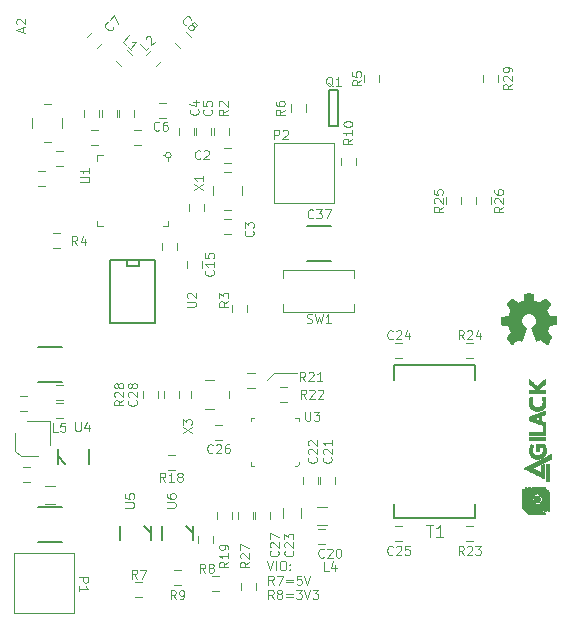
<source format=gbr>
%TF.GenerationSoftware,KiCad,Pcbnew,6.0.0*%
%TF.CreationDate,2022-05-21T22:27:13+02:00*%
%TF.ProjectId,cowdin-3b-esp32,636f7764-696e-42d3-9362-2d6573703332,1*%
%TF.SameCoordinates,Original*%
%TF.FileFunction,Legend,Top*%
%TF.FilePolarity,Positive*%
%FSLAX46Y46*%
G04 Gerber Fmt 4.6, Leading zero omitted, Abs format (unit mm)*
G04 Created by KiCad (PCBNEW 6.0.0) date 2022-05-21 22:27:13*
%MOMM*%
%LPD*%
G01*
G04 APERTURE LIST*
%ADD10C,0.076200*%
%ADD11C,0.101600*%
%ADD12C,0.127000*%
%ADD13C,0.100000*%
%ADD14C,0.027940*%
%ADD15C,0.150000*%
%ADD16C,0.120000*%
G04 APERTURE END LIST*
D10*
X149390000Y-111460000D02*
X147460000Y-111460000D01*
X147460000Y-111460000D02*
X146860000Y-112060000D01*
X146872101Y-127355894D02*
X147126101Y-128117894D01*
X147380101Y-127355894D01*
X147634101Y-128117894D02*
X147634101Y-127355894D01*
X148142101Y-127355894D02*
X148287244Y-127355894D01*
X148359815Y-127392180D01*
X148432387Y-127464751D01*
X148468672Y-127609894D01*
X148468672Y-127863894D01*
X148432387Y-128009037D01*
X148359815Y-128081608D01*
X148287244Y-128117894D01*
X148142101Y-128117894D01*
X148069530Y-128081608D01*
X147996958Y-128009037D01*
X147960672Y-127863894D01*
X147960672Y-127609894D01*
X147996958Y-127464751D01*
X148069530Y-127392180D01*
X148142101Y-127355894D01*
X148795244Y-128045322D02*
X148831530Y-128081608D01*
X148795244Y-128117894D01*
X148758958Y-128081608D01*
X148795244Y-128045322D01*
X148795244Y-128117894D01*
X148795244Y-127646180D02*
X148831530Y-127682465D01*
X148795244Y-127718751D01*
X148758958Y-127682465D01*
X148795244Y-127646180D01*
X148795244Y-127718751D01*
X147416387Y-129344714D02*
X147162387Y-128981857D01*
X146980958Y-129344714D02*
X146980958Y-128582714D01*
X147271244Y-128582714D01*
X147343815Y-128619000D01*
X147380101Y-128655285D01*
X147416387Y-128727857D01*
X147416387Y-128836714D01*
X147380101Y-128909285D01*
X147343815Y-128945571D01*
X147271244Y-128981857D01*
X146980958Y-128981857D01*
X147670387Y-128582714D02*
X148178387Y-128582714D01*
X147851815Y-129344714D01*
X148468672Y-128945571D02*
X149049244Y-128945571D01*
X149049244Y-129163285D02*
X148468672Y-129163285D01*
X149774958Y-128582714D02*
X149412101Y-128582714D01*
X149375815Y-128945571D01*
X149412101Y-128909285D01*
X149484672Y-128873000D01*
X149666101Y-128873000D01*
X149738672Y-128909285D01*
X149774958Y-128945571D01*
X149811244Y-129018142D01*
X149811244Y-129199571D01*
X149774958Y-129272142D01*
X149738672Y-129308428D01*
X149666101Y-129344714D01*
X149484672Y-129344714D01*
X149412101Y-129308428D01*
X149375815Y-129272142D01*
X150028958Y-128582714D02*
X150282958Y-129344714D01*
X150536958Y-128582714D01*
X147416387Y-130571534D02*
X147162387Y-130208677D01*
X146980958Y-130571534D02*
X146980958Y-129809534D01*
X147271244Y-129809534D01*
X147343815Y-129845820D01*
X147380101Y-129882105D01*
X147416387Y-129954677D01*
X147416387Y-130063534D01*
X147380101Y-130136105D01*
X147343815Y-130172391D01*
X147271244Y-130208677D01*
X146980958Y-130208677D01*
X147851815Y-130136105D02*
X147779244Y-130099820D01*
X147742958Y-130063534D01*
X147706672Y-129990962D01*
X147706672Y-129954677D01*
X147742958Y-129882105D01*
X147779244Y-129845820D01*
X147851815Y-129809534D01*
X147996958Y-129809534D01*
X148069530Y-129845820D01*
X148105815Y-129882105D01*
X148142101Y-129954677D01*
X148142101Y-129990962D01*
X148105815Y-130063534D01*
X148069530Y-130099820D01*
X147996958Y-130136105D01*
X147851815Y-130136105D01*
X147779244Y-130172391D01*
X147742958Y-130208677D01*
X147706672Y-130281248D01*
X147706672Y-130426391D01*
X147742958Y-130498962D01*
X147779244Y-130535248D01*
X147851815Y-130571534D01*
X147996958Y-130571534D01*
X148069530Y-130535248D01*
X148105815Y-130498962D01*
X148142101Y-130426391D01*
X148142101Y-130281248D01*
X148105815Y-130208677D01*
X148069530Y-130172391D01*
X147996958Y-130136105D01*
X148468672Y-130172391D02*
X149049244Y-130172391D01*
X149049244Y-130390105D02*
X148468672Y-130390105D01*
X149339530Y-129809534D02*
X149811244Y-129809534D01*
X149557244Y-130099820D01*
X149666101Y-130099820D01*
X149738672Y-130136105D01*
X149774958Y-130172391D01*
X149811244Y-130244962D01*
X149811244Y-130426391D01*
X149774958Y-130498962D01*
X149738672Y-130535248D01*
X149666101Y-130571534D01*
X149448387Y-130571534D01*
X149375815Y-130535248D01*
X149339530Y-130498962D01*
X150028958Y-129809534D02*
X150282958Y-130571534D01*
X150536958Y-129809534D01*
X150718387Y-129809534D02*
X151190101Y-129809534D01*
X150936101Y-130099820D01*
X151044958Y-130099820D01*
X151117530Y-130136105D01*
X151153815Y-130172391D01*
X151190101Y-130244962D01*
X151190101Y-130426391D01*
X151153815Y-130498962D01*
X151117530Y-130535248D01*
X151044958Y-130571534D01*
X150827244Y-130571534D01*
X150754672Y-130535248D01*
X150718387Y-130498962D01*
D11*
%TO.C,C21*%
X152272142Y-118567102D02*
X152308428Y-118603388D01*
X152344714Y-118712245D01*
X152344714Y-118784817D01*
X152308428Y-118893674D01*
X152235857Y-118966245D01*
X152163285Y-119002531D01*
X152018142Y-119038817D01*
X151909285Y-119038817D01*
X151764142Y-119002531D01*
X151691571Y-118966245D01*
X151619000Y-118893674D01*
X151582714Y-118784817D01*
X151582714Y-118712245D01*
X151619000Y-118603388D01*
X151655285Y-118567102D01*
X151655285Y-118276817D02*
X151619000Y-118240531D01*
X151582714Y-118167960D01*
X151582714Y-117986531D01*
X151619000Y-117913960D01*
X151655285Y-117877674D01*
X151727857Y-117841388D01*
X151800428Y-117841388D01*
X151909285Y-117877674D01*
X152344714Y-118313102D01*
X152344714Y-117841388D01*
X152344714Y-117115674D02*
X152344714Y-117551102D01*
X152344714Y-117333388D02*
X151582714Y-117333388D01*
X151691571Y-117405960D01*
X151764142Y-117478531D01*
X151800428Y-117551102D01*
%TO.C,C24*%
X157510142Y-108522142D02*
X157473857Y-108558428D01*
X157365000Y-108594714D01*
X157292428Y-108594714D01*
X157183571Y-108558428D01*
X157111000Y-108485857D01*
X157074714Y-108413285D01*
X157038428Y-108268142D01*
X157038428Y-108159285D01*
X157074714Y-108014142D01*
X157111000Y-107941571D01*
X157183571Y-107869000D01*
X157292428Y-107832714D01*
X157365000Y-107832714D01*
X157473857Y-107869000D01*
X157510142Y-107905285D01*
X157800428Y-107905285D02*
X157836714Y-107869000D01*
X157909285Y-107832714D01*
X158090714Y-107832714D01*
X158163285Y-107869000D01*
X158199571Y-107905285D01*
X158235857Y-107977857D01*
X158235857Y-108050428D01*
X158199571Y-108159285D01*
X157764142Y-108594714D01*
X158235857Y-108594714D01*
X158889000Y-108086714D02*
X158889000Y-108594714D01*
X158707571Y-107796428D02*
X158526142Y-108340714D01*
X158997857Y-108340714D01*
%TO.C,Q1*%
X152427428Y-87167285D02*
X152354857Y-87131000D01*
X152282285Y-87058428D01*
X152173428Y-86949571D01*
X152100857Y-86913285D01*
X152028285Y-86913285D01*
X152064571Y-87094714D02*
X151992000Y-87058428D01*
X151919428Y-86985857D01*
X151883142Y-86840714D01*
X151883142Y-86586714D01*
X151919428Y-86441571D01*
X151992000Y-86369000D01*
X152064571Y-86332714D01*
X152209714Y-86332714D01*
X152282285Y-86369000D01*
X152354857Y-86441571D01*
X152391142Y-86586714D01*
X152391142Y-86840714D01*
X152354857Y-86985857D01*
X152282285Y-87058428D01*
X152209714Y-87094714D01*
X152064571Y-87094714D01*
X153116857Y-87094714D02*
X152681428Y-87094714D01*
X152899142Y-87094714D02*
X152899142Y-86332714D01*
X152826571Y-86441571D01*
X152754000Y-86514142D01*
X152681428Y-86550428D01*
D10*
%TO.C,X1*%
X140682714Y-95926857D02*
X141444714Y-95418857D01*
X140682714Y-95418857D02*
X141444714Y-95926857D01*
X141444714Y-94729428D02*
X141444714Y-95164857D01*
X141444714Y-94947142D02*
X140682714Y-94947142D01*
X140791571Y-95019714D01*
X140864142Y-95092285D01*
X140900428Y-95164857D01*
D11*
%TO.C,C8*%
X139977763Y-81942631D02*
X139926447Y-81942631D01*
X139823816Y-81891315D01*
X139772500Y-81840000D01*
X139721184Y-81737368D01*
X139721184Y-81634737D01*
X139746842Y-81557763D01*
X139823816Y-81429474D01*
X139900789Y-81352500D01*
X140029079Y-81275526D01*
X140106052Y-81249868D01*
X140208684Y-81249868D01*
X140311315Y-81301184D01*
X140362631Y-81352500D01*
X140413947Y-81455131D01*
X140413947Y-81506447D01*
X140542236Y-81993947D02*
X140516578Y-81916973D01*
X140516578Y-81865657D01*
X140542236Y-81788684D01*
X140567894Y-81763026D01*
X140644868Y-81737368D01*
X140696183Y-81737368D01*
X140773157Y-81763026D01*
X140875788Y-81865657D01*
X140901446Y-81942631D01*
X140901446Y-81993947D01*
X140875788Y-82070920D01*
X140850131Y-82096578D01*
X140773157Y-82122236D01*
X140721841Y-82122236D01*
X140644868Y-82096578D01*
X140542236Y-81993947D01*
X140465262Y-81968289D01*
X140413947Y-81968289D01*
X140336973Y-81993947D01*
X140234342Y-82096578D01*
X140208684Y-82173552D01*
X140208684Y-82224868D01*
X140234342Y-82301841D01*
X140336973Y-82404473D01*
X140413947Y-82430131D01*
X140465262Y-82430131D01*
X140542236Y-82404473D01*
X140644868Y-82301841D01*
X140670525Y-82224868D01*
X140670525Y-82173552D01*
X140644868Y-82096578D01*
%TO.C,R23*%
X163510142Y-126844714D02*
X163256142Y-126481857D01*
X163074714Y-126844714D02*
X163074714Y-126082714D01*
X163365000Y-126082714D01*
X163437571Y-126119000D01*
X163473857Y-126155285D01*
X163510142Y-126227857D01*
X163510142Y-126336714D01*
X163473857Y-126409285D01*
X163437571Y-126445571D01*
X163365000Y-126481857D01*
X163074714Y-126481857D01*
X163800428Y-126155285D02*
X163836714Y-126119000D01*
X163909285Y-126082714D01*
X164090714Y-126082714D01*
X164163285Y-126119000D01*
X164199571Y-126155285D01*
X164235857Y-126227857D01*
X164235857Y-126300428D01*
X164199571Y-126409285D01*
X163764142Y-126844714D01*
X164235857Y-126844714D01*
X164489857Y-126082714D02*
X164961571Y-126082714D01*
X164707571Y-126373000D01*
X164816428Y-126373000D01*
X164889000Y-126409285D01*
X164925285Y-126445571D01*
X164961571Y-126518142D01*
X164961571Y-126699571D01*
X164925285Y-126772142D01*
X164889000Y-126808428D01*
X164816428Y-126844714D01*
X164598714Y-126844714D01*
X164526142Y-126808428D01*
X164489857Y-126772142D01*
%TO.C,R19*%
X143594714Y-127412611D02*
X143231857Y-127666611D01*
X143594714Y-127848040D02*
X142832714Y-127848040D01*
X142832714Y-127557754D01*
X142869000Y-127485182D01*
X142905285Y-127448897D01*
X142977857Y-127412611D01*
X143086714Y-127412611D01*
X143159285Y-127448897D01*
X143195571Y-127485182D01*
X143231857Y-127557754D01*
X143231857Y-127848040D01*
X143594714Y-126686897D02*
X143594714Y-127122325D01*
X143594714Y-126904611D02*
X142832714Y-126904611D01*
X142941571Y-126977182D01*
X143014142Y-127049754D01*
X143050428Y-127122325D01*
X143594714Y-126324040D02*
X143594714Y-126178897D01*
X143558428Y-126106325D01*
X143522142Y-126070040D01*
X143413285Y-125997468D01*
X143268142Y-125961182D01*
X142977857Y-125961182D01*
X142905285Y-125997468D01*
X142869000Y-126033754D01*
X142832714Y-126106325D01*
X142832714Y-126251468D01*
X142869000Y-126324040D01*
X142905285Y-126360325D01*
X142977857Y-126396611D01*
X143159285Y-126396611D01*
X143231857Y-126360325D01*
X143268142Y-126324040D01*
X143304428Y-126251468D01*
X143304428Y-126106325D01*
X143268142Y-126033754D01*
X143231857Y-125997468D01*
X143159285Y-125961182D01*
%TO.C,C3*%
X145652142Y-99397000D02*
X145688428Y-99433285D01*
X145724714Y-99542142D01*
X145724714Y-99614714D01*
X145688428Y-99723571D01*
X145615857Y-99796142D01*
X145543285Y-99832428D01*
X145398142Y-99868714D01*
X145289285Y-99868714D01*
X145144142Y-99832428D01*
X145071571Y-99796142D01*
X144999000Y-99723571D01*
X144962714Y-99614714D01*
X144962714Y-99542142D01*
X144999000Y-99433285D01*
X145035285Y-99397000D01*
X144962714Y-99143000D02*
X144962714Y-98671285D01*
X145253000Y-98925285D01*
X145253000Y-98816428D01*
X145289285Y-98743857D01*
X145325571Y-98707571D01*
X145398142Y-98671285D01*
X145579571Y-98671285D01*
X145652142Y-98707571D01*
X145688428Y-98743857D01*
X145724714Y-98816428D01*
X145724714Y-99034142D01*
X145688428Y-99106714D01*
X145652142Y-99143000D01*
%TO.C,R3*%
X143594714Y-105377000D02*
X143231857Y-105631000D01*
X143594714Y-105812428D02*
X142832714Y-105812428D01*
X142832714Y-105522142D01*
X142869000Y-105449571D01*
X142905285Y-105413285D01*
X142977857Y-105377000D01*
X143086714Y-105377000D01*
X143159285Y-105413285D01*
X143195571Y-105449571D01*
X143231857Y-105522142D01*
X143231857Y-105812428D01*
X142832714Y-105123000D02*
X142832714Y-104651285D01*
X143123000Y-104905285D01*
X143123000Y-104796428D01*
X143159285Y-104723857D01*
X143195571Y-104687571D01*
X143268142Y-104651285D01*
X143449571Y-104651285D01*
X143522142Y-104687571D01*
X143558428Y-104723857D01*
X143594714Y-104796428D01*
X143594714Y-105014142D01*
X143558428Y-105086714D01*
X143522142Y-105123000D01*
%TO.C,R6*%
X148344714Y-89127000D02*
X147981857Y-89381000D01*
X148344714Y-89562428D02*
X147582714Y-89562428D01*
X147582714Y-89272142D01*
X147619000Y-89199571D01*
X147655285Y-89163285D01*
X147727857Y-89127000D01*
X147836714Y-89127000D01*
X147909285Y-89163285D01*
X147945571Y-89199571D01*
X147981857Y-89272142D01*
X147981857Y-89562428D01*
X147582714Y-88473857D02*
X147582714Y-88619000D01*
X147619000Y-88691571D01*
X147655285Y-88727857D01*
X147764142Y-88800428D01*
X147909285Y-88836714D01*
X148199571Y-88836714D01*
X148272142Y-88800428D01*
X148308428Y-88764142D01*
X148344714Y-88691571D01*
X148344714Y-88546428D01*
X148308428Y-88473857D01*
X148272142Y-88437571D01*
X148199571Y-88401285D01*
X148018142Y-88401285D01*
X147945571Y-88437571D01*
X147909285Y-88473857D01*
X147873000Y-88546428D01*
X147873000Y-88691571D01*
X147909285Y-88764142D01*
X147945571Y-88800428D01*
X148018142Y-88836714D01*
%TO.C,C7*%
X133842631Y-82172236D02*
X133842631Y-82223552D01*
X133791315Y-82326183D01*
X133739999Y-82377499D01*
X133637368Y-82428815D01*
X133534737Y-82428815D01*
X133457763Y-82403157D01*
X133329474Y-82326183D01*
X133252500Y-82249210D01*
X133175526Y-82120920D01*
X133149868Y-82043947D01*
X133149868Y-81941315D01*
X133201184Y-81838684D01*
X133252500Y-81787368D01*
X133355131Y-81736052D01*
X133406447Y-81736052D01*
X133534737Y-81505131D02*
X133893947Y-81145921D01*
X134201841Y-81915657D01*
%TO.C,L1*%
X134916447Y-83653947D02*
X134659868Y-83397368D01*
X135198684Y-82858553D01*
X135378289Y-84115788D02*
X135070394Y-83807894D01*
X135224342Y-83961841D02*
X135763157Y-83423026D01*
X135634868Y-83448684D01*
X135532236Y-83448684D01*
X135455262Y-83423026D01*
%TO.C,C2*%
X141223000Y-93272142D02*
X141186714Y-93308428D01*
X141077857Y-93344714D01*
X141005285Y-93344714D01*
X140896428Y-93308428D01*
X140823857Y-93235857D01*
X140787571Y-93163285D01*
X140751285Y-93018142D01*
X140751285Y-92909285D01*
X140787571Y-92764142D01*
X140823857Y-92691571D01*
X140896428Y-92619000D01*
X141005285Y-92582714D01*
X141077857Y-92582714D01*
X141186714Y-92619000D01*
X141223000Y-92655285D01*
X141513285Y-92655285D02*
X141549571Y-92619000D01*
X141622142Y-92582714D01*
X141803571Y-92582714D01*
X141876142Y-92619000D01*
X141912428Y-92655285D01*
X141948714Y-92727857D01*
X141948714Y-92800428D01*
X141912428Y-92909285D01*
X141477000Y-93344714D01*
X141948714Y-93344714D01*
%TO.C,C6*%
X137722897Y-90842142D02*
X137686611Y-90878428D01*
X137577754Y-90914714D01*
X137505182Y-90914714D01*
X137396325Y-90878428D01*
X137323754Y-90805857D01*
X137287468Y-90733285D01*
X137251182Y-90588142D01*
X137251182Y-90479285D01*
X137287468Y-90334142D01*
X137323754Y-90261571D01*
X137396325Y-90189000D01*
X137505182Y-90152714D01*
X137577754Y-90152714D01*
X137686611Y-90189000D01*
X137722897Y-90225285D01*
X138376040Y-90152714D02*
X138230897Y-90152714D01*
X138158325Y-90189000D01*
X138122040Y-90225285D01*
X138049468Y-90334142D01*
X138013182Y-90479285D01*
X138013182Y-90769571D01*
X138049468Y-90842142D01*
X138085754Y-90878428D01*
X138158325Y-90914714D01*
X138303468Y-90914714D01*
X138376040Y-90878428D01*
X138412325Y-90842142D01*
X138448611Y-90769571D01*
X138448611Y-90588142D01*
X138412325Y-90515571D01*
X138376040Y-90479285D01*
X138303468Y-90443000D01*
X138158325Y-90443000D01*
X138085754Y-90479285D01*
X138049468Y-90515571D01*
X138013182Y-90588142D01*
%TO.C,L4*%
X152073000Y-128164714D02*
X151710142Y-128164714D01*
X151710142Y-127402714D01*
X152653571Y-127656714D02*
X152653571Y-128164714D01*
X152472142Y-127366428D02*
X152290714Y-127910714D01*
X152762428Y-127910714D01*
%TO.C,R27*%
X145344714Y-127412611D02*
X144981857Y-127666611D01*
X145344714Y-127848040D02*
X144582714Y-127848040D01*
X144582714Y-127557754D01*
X144619000Y-127485182D01*
X144655285Y-127448897D01*
X144727857Y-127412611D01*
X144836714Y-127412611D01*
X144909285Y-127448897D01*
X144945571Y-127485182D01*
X144981857Y-127557754D01*
X144981857Y-127848040D01*
X144655285Y-127122325D02*
X144619000Y-127086040D01*
X144582714Y-127013468D01*
X144582714Y-126832040D01*
X144619000Y-126759468D01*
X144655285Y-126723182D01*
X144727857Y-126686897D01*
X144800428Y-126686897D01*
X144909285Y-126723182D01*
X145344714Y-127158611D01*
X145344714Y-126686897D01*
X144582714Y-126432897D02*
X144582714Y-125924897D01*
X145344714Y-126251468D01*
%TO.C,R8*%
X141623000Y-128344714D02*
X141369000Y-127981857D01*
X141187571Y-128344714D02*
X141187571Y-127582714D01*
X141477857Y-127582714D01*
X141550428Y-127619000D01*
X141586714Y-127655285D01*
X141623000Y-127727857D01*
X141623000Y-127836714D01*
X141586714Y-127909285D01*
X141550428Y-127945571D01*
X141477857Y-127981857D01*
X141187571Y-127981857D01*
X142058428Y-127909285D02*
X141985857Y-127873000D01*
X141949571Y-127836714D01*
X141913285Y-127764142D01*
X141913285Y-127727857D01*
X141949571Y-127655285D01*
X141985857Y-127619000D01*
X142058428Y-127582714D01*
X142203571Y-127582714D01*
X142276142Y-127619000D01*
X142312428Y-127655285D01*
X142348714Y-127727857D01*
X142348714Y-127764142D01*
X142312428Y-127836714D01*
X142276142Y-127873000D01*
X142203571Y-127909285D01*
X142058428Y-127909285D01*
X141985857Y-127945571D01*
X141949571Y-127981857D01*
X141913285Y-128054428D01*
X141913285Y-128199571D01*
X141949571Y-128272142D01*
X141985857Y-128308428D01*
X142058428Y-128344714D01*
X142203571Y-128344714D01*
X142276142Y-128308428D01*
X142312428Y-128272142D01*
X142348714Y-128199571D01*
X142348714Y-128054428D01*
X142312428Y-127981857D01*
X142276142Y-127945571D01*
X142203571Y-127909285D01*
%TO.C,R29*%
X167594714Y-86989857D02*
X167231857Y-87243857D01*
X167594714Y-87425285D02*
X166832714Y-87425285D01*
X166832714Y-87135000D01*
X166869000Y-87062428D01*
X166905285Y-87026142D01*
X166977857Y-86989857D01*
X167086714Y-86989857D01*
X167159285Y-87026142D01*
X167195571Y-87062428D01*
X167231857Y-87135000D01*
X167231857Y-87425285D01*
X166905285Y-86699571D02*
X166869000Y-86663285D01*
X166832714Y-86590714D01*
X166832714Y-86409285D01*
X166869000Y-86336714D01*
X166905285Y-86300428D01*
X166977857Y-86264142D01*
X167050428Y-86264142D01*
X167159285Y-86300428D01*
X167594714Y-86735857D01*
X167594714Y-86264142D01*
X167594714Y-85901285D02*
X167594714Y-85756142D01*
X167558428Y-85683571D01*
X167522142Y-85647285D01*
X167413285Y-85574714D01*
X167268142Y-85538428D01*
X166977857Y-85538428D01*
X166905285Y-85574714D01*
X166869000Y-85611000D01*
X166832714Y-85683571D01*
X166832714Y-85828714D01*
X166869000Y-85901285D01*
X166905285Y-85937571D01*
X166977857Y-85973857D01*
X167159285Y-85973857D01*
X167231857Y-85937571D01*
X167268142Y-85901285D01*
X167304428Y-85828714D01*
X167304428Y-85683571D01*
X167268142Y-85611000D01*
X167231857Y-85574714D01*
X167159285Y-85538428D01*
%TO.C,R2*%
X143514714Y-89137000D02*
X143151857Y-89391000D01*
X143514714Y-89572428D02*
X142752714Y-89572428D01*
X142752714Y-89282142D01*
X142789000Y-89209571D01*
X142825285Y-89173285D01*
X142897857Y-89137000D01*
X143006714Y-89137000D01*
X143079285Y-89173285D01*
X143115571Y-89209571D01*
X143151857Y-89282142D01*
X143151857Y-89572428D01*
X142825285Y-88846714D02*
X142789000Y-88810428D01*
X142752714Y-88737857D01*
X142752714Y-88556428D01*
X142789000Y-88483857D01*
X142825285Y-88447571D01*
X142897857Y-88411285D01*
X142970428Y-88411285D01*
X143079285Y-88447571D01*
X143514714Y-88883000D01*
X143514714Y-88411285D01*
%TO.C,R21*%
X150100142Y-112104714D02*
X149846142Y-111741857D01*
X149664714Y-112104714D02*
X149664714Y-111342714D01*
X149955000Y-111342714D01*
X150027571Y-111379000D01*
X150063857Y-111415285D01*
X150100142Y-111487857D01*
X150100142Y-111596714D01*
X150063857Y-111669285D01*
X150027571Y-111705571D01*
X149955000Y-111741857D01*
X149664714Y-111741857D01*
X150390428Y-111415285D02*
X150426714Y-111379000D01*
X150499285Y-111342714D01*
X150680714Y-111342714D01*
X150753285Y-111379000D01*
X150789571Y-111415285D01*
X150825857Y-111487857D01*
X150825857Y-111560428D01*
X150789571Y-111669285D01*
X150354142Y-112104714D01*
X150825857Y-112104714D01*
X151551571Y-112104714D02*
X151116142Y-112104714D01*
X151333857Y-112104714D02*
X151333857Y-111342714D01*
X151261285Y-111451571D01*
X151188714Y-111524142D01*
X151116142Y-111560428D01*
%TO.C,C27*%
X147772142Y-126489857D02*
X147808428Y-126526142D01*
X147844714Y-126635000D01*
X147844714Y-126707571D01*
X147808428Y-126816428D01*
X147735857Y-126889000D01*
X147663285Y-126925285D01*
X147518142Y-126961571D01*
X147409285Y-126961571D01*
X147264142Y-126925285D01*
X147191571Y-126889000D01*
X147119000Y-126816428D01*
X147082714Y-126707571D01*
X147082714Y-126635000D01*
X147119000Y-126526142D01*
X147155285Y-126489857D01*
X147155285Y-126199571D02*
X147119000Y-126163285D01*
X147082714Y-126090714D01*
X147082714Y-125909285D01*
X147119000Y-125836714D01*
X147155285Y-125800428D01*
X147227857Y-125764142D01*
X147300428Y-125764142D01*
X147409285Y-125800428D01*
X147844714Y-126235857D01*
X147844714Y-125764142D01*
X147082714Y-125510142D02*
X147082714Y-125002142D01*
X147844714Y-125328714D01*
%TO.C,R5*%
X154844714Y-86627000D02*
X154481857Y-86881000D01*
X154844714Y-87062428D02*
X154082714Y-87062428D01*
X154082714Y-86772142D01*
X154119000Y-86699571D01*
X154155285Y-86663285D01*
X154227857Y-86627000D01*
X154336714Y-86627000D01*
X154409285Y-86663285D01*
X154445571Y-86699571D01*
X154481857Y-86772142D01*
X154481857Y-87062428D01*
X154082714Y-85937571D02*
X154082714Y-86300428D01*
X154445571Y-86336714D01*
X154409285Y-86300428D01*
X154373000Y-86227857D01*
X154373000Y-86046428D01*
X154409285Y-85973857D01*
X154445571Y-85937571D01*
X154518142Y-85901285D01*
X154699571Y-85901285D01*
X154772142Y-85937571D01*
X154808428Y-85973857D01*
X154844714Y-86046428D01*
X154844714Y-86227857D01*
X154808428Y-86300428D01*
X154772142Y-86336714D01*
%TO.C,R28*%
X134694714Y-113739857D02*
X134331857Y-113993857D01*
X134694714Y-114175285D02*
X133932714Y-114175285D01*
X133932714Y-113885000D01*
X133969000Y-113812428D01*
X134005285Y-113776142D01*
X134077857Y-113739857D01*
X134186714Y-113739857D01*
X134259285Y-113776142D01*
X134295571Y-113812428D01*
X134331857Y-113885000D01*
X134331857Y-114175285D01*
X134005285Y-113449571D02*
X133969000Y-113413285D01*
X133932714Y-113340714D01*
X133932714Y-113159285D01*
X133969000Y-113086714D01*
X134005285Y-113050428D01*
X134077857Y-113014142D01*
X134150428Y-113014142D01*
X134259285Y-113050428D01*
X134694714Y-113485857D01*
X134694714Y-113014142D01*
X134259285Y-112578714D02*
X134223000Y-112651285D01*
X134186714Y-112687571D01*
X134114142Y-112723857D01*
X134077857Y-112723857D01*
X134005285Y-112687571D01*
X133969000Y-112651285D01*
X133932714Y-112578714D01*
X133932714Y-112433571D01*
X133969000Y-112361000D01*
X134005285Y-112324714D01*
X134077857Y-112288428D01*
X134114142Y-112288428D01*
X134186714Y-112324714D01*
X134223000Y-112361000D01*
X134259285Y-112433571D01*
X134259285Y-112578714D01*
X134295571Y-112651285D01*
X134331857Y-112687571D01*
X134404428Y-112723857D01*
X134549571Y-112723857D01*
X134622142Y-112687571D01*
X134658428Y-112651285D01*
X134694714Y-112578714D01*
X134694714Y-112433571D01*
X134658428Y-112361000D01*
X134622142Y-112324714D01*
X134549571Y-112288428D01*
X134404428Y-112288428D01*
X134331857Y-112324714D01*
X134295571Y-112361000D01*
X134259285Y-112433571D01*
%TO.C,C23*%
X149022142Y-126489857D02*
X149058428Y-126526142D01*
X149094714Y-126635000D01*
X149094714Y-126707571D01*
X149058428Y-126816428D01*
X148985857Y-126889000D01*
X148913285Y-126925285D01*
X148768142Y-126961571D01*
X148659285Y-126961571D01*
X148514142Y-126925285D01*
X148441571Y-126889000D01*
X148369000Y-126816428D01*
X148332714Y-126707571D01*
X148332714Y-126635000D01*
X148369000Y-126526142D01*
X148405285Y-126489857D01*
X148405285Y-126199571D02*
X148369000Y-126163285D01*
X148332714Y-126090714D01*
X148332714Y-125909285D01*
X148369000Y-125836714D01*
X148405285Y-125800428D01*
X148477857Y-125764142D01*
X148550428Y-125764142D01*
X148659285Y-125800428D01*
X149094714Y-126235857D01*
X149094714Y-125764142D01*
X148332714Y-125510142D02*
X148332714Y-125038428D01*
X148623000Y-125292428D01*
X148623000Y-125183571D01*
X148659285Y-125111000D01*
X148695571Y-125074714D01*
X148768142Y-125038428D01*
X148949571Y-125038428D01*
X149022142Y-125074714D01*
X149058428Y-125111000D01*
X149094714Y-125183571D01*
X149094714Y-125401285D01*
X149058428Y-125473857D01*
X149022142Y-125510142D01*
%TO.C,R4*%
X130783000Y-100594714D02*
X130529000Y-100231857D01*
X130347571Y-100594714D02*
X130347571Y-99832714D01*
X130637857Y-99832714D01*
X130710428Y-99869000D01*
X130746714Y-99905285D01*
X130783000Y-99977857D01*
X130783000Y-100086714D01*
X130746714Y-100159285D01*
X130710428Y-100195571D01*
X130637857Y-100231857D01*
X130347571Y-100231857D01*
X131436142Y-100086714D02*
X131436142Y-100594714D01*
X131254714Y-99796428D02*
X131073285Y-100340714D01*
X131545000Y-100340714D01*
%TO.C,R24*%
X163510142Y-108594714D02*
X163256142Y-108231857D01*
X163074714Y-108594714D02*
X163074714Y-107832714D01*
X163365000Y-107832714D01*
X163437571Y-107869000D01*
X163473857Y-107905285D01*
X163510142Y-107977857D01*
X163510142Y-108086714D01*
X163473857Y-108159285D01*
X163437571Y-108195571D01*
X163365000Y-108231857D01*
X163074714Y-108231857D01*
X163800428Y-107905285D02*
X163836714Y-107869000D01*
X163909285Y-107832714D01*
X164090714Y-107832714D01*
X164163285Y-107869000D01*
X164199571Y-107905285D01*
X164235857Y-107977857D01*
X164235857Y-108050428D01*
X164199571Y-108159285D01*
X163764142Y-108594714D01*
X164235857Y-108594714D01*
X164889000Y-108086714D02*
X164889000Y-108594714D01*
X164707571Y-107796428D02*
X164526142Y-108340714D01*
X164997857Y-108340714D01*
%TO.C,A2*%
X126177000Y-82544285D02*
X126177000Y-82181428D01*
X126394714Y-82616857D02*
X125632714Y-82362857D01*
X126394714Y-82108857D01*
X125705285Y-81891142D02*
X125669000Y-81854857D01*
X125632714Y-81782285D01*
X125632714Y-81600857D01*
X125669000Y-81528285D01*
X125705285Y-81492000D01*
X125777857Y-81455714D01*
X125850428Y-81455714D01*
X125959285Y-81492000D01*
X126394714Y-81927428D01*
X126394714Y-81455714D01*
%TO.C,U3*%
X150099428Y-114702714D02*
X150099428Y-115319571D01*
X150135714Y-115392142D01*
X150172000Y-115428428D01*
X150244571Y-115464714D01*
X150389714Y-115464714D01*
X150462285Y-115428428D01*
X150498571Y-115392142D01*
X150534857Y-115319571D01*
X150534857Y-114702714D01*
X150825142Y-114702714D02*
X151296857Y-114702714D01*
X151042857Y-114993000D01*
X151151714Y-114993000D01*
X151224285Y-115029285D01*
X151260571Y-115065571D01*
X151296857Y-115138142D01*
X151296857Y-115319571D01*
X151260571Y-115392142D01*
X151224285Y-115428428D01*
X151151714Y-115464714D01*
X150934000Y-115464714D01*
X150861428Y-115428428D01*
X150825142Y-115392142D01*
%TO.C,L5*%
X129133000Y-116394714D02*
X128770142Y-116394714D01*
X128770142Y-115632714D01*
X129749857Y-115632714D02*
X129387000Y-115632714D01*
X129350714Y-115995571D01*
X129387000Y-115959285D01*
X129459571Y-115923000D01*
X129641000Y-115923000D01*
X129713571Y-115959285D01*
X129749857Y-115995571D01*
X129786142Y-116068142D01*
X129786142Y-116249571D01*
X129749857Y-116322142D01*
X129713571Y-116358428D01*
X129641000Y-116394714D01*
X129459571Y-116394714D01*
X129387000Y-116358428D01*
X129350714Y-116322142D01*
%TO.C,C26*%
X142260142Y-118142142D02*
X142223857Y-118178428D01*
X142115000Y-118214714D01*
X142042428Y-118214714D01*
X141933571Y-118178428D01*
X141861000Y-118105857D01*
X141824714Y-118033285D01*
X141788428Y-117888142D01*
X141788428Y-117779285D01*
X141824714Y-117634142D01*
X141861000Y-117561571D01*
X141933571Y-117489000D01*
X142042428Y-117452714D01*
X142115000Y-117452714D01*
X142223857Y-117489000D01*
X142260142Y-117525285D01*
X142550428Y-117525285D02*
X142586714Y-117489000D01*
X142659285Y-117452714D01*
X142840714Y-117452714D01*
X142913285Y-117489000D01*
X142949571Y-117525285D01*
X142985857Y-117597857D01*
X142985857Y-117670428D01*
X142949571Y-117779285D01*
X142514142Y-118214714D01*
X142985857Y-118214714D01*
X143639000Y-117452714D02*
X143493857Y-117452714D01*
X143421285Y-117489000D01*
X143385000Y-117525285D01*
X143312428Y-117634142D01*
X143276142Y-117779285D01*
X143276142Y-118069571D01*
X143312428Y-118142142D01*
X143348714Y-118178428D01*
X143421285Y-118214714D01*
X143566428Y-118214714D01*
X143639000Y-118178428D01*
X143675285Y-118142142D01*
X143711571Y-118069571D01*
X143711571Y-117888142D01*
X143675285Y-117815571D01*
X143639000Y-117779285D01*
X143566428Y-117743000D01*
X143421285Y-117743000D01*
X143348714Y-117779285D01*
X143312428Y-117815571D01*
X143276142Y-117888142D01*
D10*
%TO.C,X3*%
X139702714Y-116546857D02*
X140464714Y-116038857D01*
X139702714Y-116038857D02*
X140464714Y-116546857D01*
X139702714Y-115821142D02*
X139702714Y-115349428D01*
X139993000Y-115603428D01*
X139993000Y-115494571D01*
X140029285Y-115422000D01*
X140065571Y-115385714D01*
X140138142Y-115349428D01*
X140319571Y-115349428D01*
X140392142Y-115385714D01*
X140428428Y-115422000D01*
X140464714Y-115494571D01*
X140464714Y-115712285D01*
X140428428Y-115784857D01*
X140392142Y-115821142D01*
%TO.C,U5*%
X134852714Y-122830571D02*
X135469571Y-122830571D01*
X135542142Y-122794285D01*
X135578428Y-122758000D01*
X135614714Y-122685428D01*
X135614714Y-122540285D01*
X135578428Y-122467714D01*
X135542142Y-122431428D01*
X135469571Y-122395142D01*
X134852714Y-122395142D01*
X134852714Y-121669428D02*
X134852714Y-122032285D01*
X135215571Y-122068571D01*
X135179285Y-122032285D01*
X135143000Y-121959714D01*
X135143000Y-121778285D01*
X135179285Y-121705714D01*
X135215571Y-121669428D01*
X135288142Y-121633142D01*
X135469571Y-121633142D01*
X135542142Y-121669428D01*
X135578428Y-121705714D01*
X135614714Y-121778285D01*
X135614714Y-121959714D01*
X135578428Y-122032285D01*
X135542142Y-122068571D01*
%TO.C,U6*%
X138352714Y-122830571D02*
X138969571Y-122830571D01*
X139042142Y-122794285D01*
X139078428Y-122758000D01*
X139114714Y-122685428D01*
X139114714Y-122540285D01*
X139078428Y-122467714D01*
X139042142Y-122431428D01*
X138969571Y-122395142D01*
X138352714Y-122395142D01*
X138352714Y-121705714D02*
X138352714Y-121850857D01*
X138389000Y-121923428D01*
X138425285Y-121959714D01*
X138534142Y-122032285D01*
X138679285Y-122068571D01*
X138969571Y-122068571D01*
X139042142Y-122032285D01*
X139078428Y-121996000D01*
X139114714Y-121923428D01*
X139114714Y-121778285D01*
X139078428Y-121705714D01*
X139042142Y-121669428D01*
X138969571Y-121633142D01*
X138788142Y-121633142D01*
X138715571Y-121669428D01*
X138679285Y-121705714D01*
X138643000Y-121778285D01*
X138643000Y-121923428D01*
X138679285Y-121996000D01*
X138715571Y-122032285D01*
X138788142Y-122068571D01*
D11*
%TO.C,C5*%
X142132142Y-89127000D02*
X142168428Y-89163285D01*
X142204714Y-89272142D01*
X142204714Y-89344714D01*
X142168428Y-89453571D01*
X142095857Y-89526142D01*
X142023285Y-89562428D01*
X141878142Y-89598714D01*
X141769285Y-89598714D01*
X141624142Y-89562428D01*
X141551571Y-89526142D01*
X141479000Y-89453571D01*
X141442714Y-89344714D01*
X141442714Y-89272142D01*
X141479000Y-89163285D01*
X141515285Y-89127000D01*
X141442714Y-88437571D02*
X141442714Y-88800428D01*
X141805571Y-88836714D01*
X141769285Y-88800428D01*
X141733000Y-88727857D01*
X141733000Y-88546428D01*
X141769285Y-88473857D01*
X141805571Y-88437571D01*
X141878142Y-88401285D01*
X142059571Y-88401285D01*
X142132142Y-88437571D01*
X142168428Y-88473857D01*
X142204714Y-88546428D01*
X142204714Y-88727857D01*
X142168428Y-88800428D01*
X142132142Y-88836714D01*
%TO.C,C15*%
X142292142Y-102729857D02*
X142328428Y-102766142D01*
X142364714Y-102875000D01*
X142364714Y-102947571D01*
X142328428Y-103056428D01*
X142255857Y-103129000D01*
X142183285Y-103165285D01*
X142038142Y-103201571D01*
X141929285Y-103201571D01*
X141784142Y-103165285D01*
X141711571Y-103129000D01*
X141639000Y-103056428D01*
X141602714Y-102947571D01*
X141602714Y-102875000D01*
X141639000Y-102766142D01*
X141675285Y-102729857D01*
X142364714Y-102004142D02*
X142364714Y-102439571D01*
X142364714Y-102221857D02*
X141602714Y-102221857D01*
X141711571Y-102294428D01*
X141784142Y-102367000D01*
X141820428Y-102439571D01*
X141602714Y-101314714D02*
X141602714Y-101677571D01*
X141965571Y-101713857D01*
X141929285Y-101677571D01*
X141893000Y-101605000D01*
X141893000Y-101423571D01*
X141929285Y-101351000D01*
X141965571Y-101314714D01*
X142038142Y-101278428D01*
X142219571Y-101278428D01*
X142292142Y-101314714D01*
X142328428Y-101351000D01*
X142364714Y-101423571D01*
X142364714Y-101605000D01*
X142328428Y-101677571D01*
X142292142Y-101713857D01*
%TO.C,R10*%
X154094714Y-91589857D02*
X153731857Y-91843857D01*
X154094714Y-92025285D02*
X153332714Y-92025285D01*
X153332714Y-91735000D01*
X153369000Y-91662428D01*
X153405285Y-91626142D01*
X153477857Y-91589857D01*
X153586714Y-91589857D01*
X153659285Y-91626142D01*
X153695571Y-91662428D01*
X153731857Y-91735000D01*
X153731857Y-92025285D01*
X154094714Y-90864142D02*
X154094714Y-91299571D01*
X154094714Y-91081857D02*
X153332714Y-91081857D01*
X153441571Y-91154428D01*
X153514142Y-91227000D01*
X153550428Y-91299571D01*
X153332714Y-90392428D02*
X153332714Y-90319857D01*
X153369000Y-90247285D01*
X153405285Y-90211000D01*
X153477857Y-90174714D01*
X153623000Y-90138428D01*
X153804428Y-90138428D01*
X153949571Y-90174714D01*
X154022142Y-90211000D01*
X154058428Y-90247285D01*
X154094714Y-90319857D01*
X154094714Y-90392428D01*
X154058428Y-90465000D01*
X154022142Y-90501285D01*
X153949571Y-90537571D01*
X153804428Y-90573857D01*
X153623000Y-90573857D01*
X153477857Y-90537571D01*
X153405285Y-90501285D01*
X153369000Y-90465000D01*
X153332714Y-90392428D01*
%TO.C,C22*%
X151022142Y-118567102D02*
X151058428Y-118603388D01*
X151094714Y-118712245D01*
X151094714Y-118784817D01*
X151058428Y-118893674D01*
X150985857Y-118966245D01*
X150913285Y-119002531D01*
X150768142Y-119038817D01*
X150659285Y-119038817D01*
X150514142Y-119002531D01*
X150441571Y-118966245D01*
X150369000Y-118893674D01*
X150332714Y-118784817D01*
X150332714Y-118712245D01*
X150369000Y-118603388D01*
X150405285Y-118567102D01*
X150405285Y-118276817D02*
X150369000Y-118240531D01*
X150332714Y-118167960D01*
X150332714Y-117986531D01*
X150369000Y-117913960D01*
X150405285Y-117877674D01*
X150477857Y-117841388D01*
X150550428Y-117841388D01*
X150659285Y-117877674D01*
X151094714Y-118313102D01*
X151094714Y-117841388D01*
X150405285Y-117551102D02*
X150369000Y-117514817D01*
X150332714Y-117442245D01*
X150332714Y-117260817D01*
X150369000Y-117188245D01*
X150405285Y-117151960D01*
X150477857Y-117115674D01*
X150550428Y-117115674D01*
X150659285Y-117151960D01*
X151094714Y-117587388D01*
X151094714Y-117115674D01*
D10*
%TO.C,U4*%
X130639428Y-115602714D02*
X130639428Y-116219571D01*
X130675714Y-116292142D01*
X130712000Y-116328428D01*
X130784571Y-116364714D01*
X130929714Y-116364714D01*
X131002285Y-116328428D01*
X131038571Y-116292142D01*
X131074857Y-116219571D01*
X131074857Y-115602714D01*
X131764285Y-115856714D02*
X131764285Y-116364714D01*
X131582857Y-115566428D02*
X131401428Y-116110714D01*
X131873142Y-116110714D01*
D11*
%TO.C,P2*%
X147477571Y-91614714D02*
X147477571Y-90852714D01*
X147767857Y-90852714D01*
X147840428Y-90889000D01*
X147876714Y-90925285D01*
X147913000Y-90997857D01*
X147913000Y-91106714D01*
X147876714Y-91179285D01*
X147840428Y-91215571D01*
X147767857Y-91251857D01*
X147477571Y-91251857D01*
X148203285Y-90925285D02*
X148239571Y-90889000D01*
X148312142Y-90852714D01*
X148493571Y-90852714D01*
X148566142Y-90889000D01*
X148602428Y-90925285D01*
X148638714Y-90997857D01*
X148638714Y-91070428D01*
X148602428Y-91179285D01*
X148167000Y-91614714D01*
X148638714Y-91614714D01*
%TO.C,SW1*%
X150234000Y-107168428D02*
X150342857Y-107204714D01*
X150524285Y-107204714D01*
X150596857Y-107168428D01*
X150633142Y-107132142D01*
X150669428Y-107059571D01*
X150669428Y-106987000D01*
X150633142Y-106914428D01*
X150596857Y-106878142D01*
X150524285Y-106841857D01*
X150379142Y-106805571D01*
X150306571Y-106769285D01*
X150270285Y-106733000D01*
X150234000Y-106660428D01*
X150234000Y-106587857D01*
X150270285Y-106515285D01*
X150306571Y-106479000D01*
X150379142Y-106442714D01*
X150560571Y-106442714D01*
X150669428Y-106479000D01*
X150923428Y-106442714D02*
X151104857Y-107204714D01*
X151250000Y-106660428D01*
X151395142Y-107204714D01*
X151576571Y-106442714D01*
X152266000Y-107204714D02*
X151830571Y-107204714D01*
X152048285Y-107204714D02*
X152048285Y-106442714D01*
X151975714Y-106551571D01*
X151903142Y-106624142D01*
X151830571Y-106660428D01*
%TO.C,C25*%
X157510142Y-126772142D02*
X157473857Y-126808428D01*
X157365000Y-126844714D01*
X157292428Y-126844714D01*
X157183571Y-126808428D01*
X157111000Y-126735857D01*
X157074714Y-126663285D01*
X157038428Y-126518142D01*
X157038428Y-126409285D01*
X157074714Y-126264142D01*
X157111000Y-126191571D01*
X157183571Y-126119000D01*
X157292428Y-126082714D01*
X157365000Y-126082714D01*
X157473857Y-126119000D01*
X157510142Y-126155285D01*
X157800428Y-126155285D02*
X157836714Y-126119000D01*
X157909285Y-126082714D01*
X158090714Y-126082714D01*
X158163285Y-126119000D01*
X158199571Y-126155285D01*
X158235857Y-126227857D01*
X158235857Y-126300428D01*
X158199571Y-126409285D01*
X157764142Y-126844714D01*
X158235857Y-126844714D01*
X158925285Y-126082714D02*
X158562428Y-126082714D01*
X158526142Y-126445571D01*
X158562428Y-126409285D01*
X158635000Y-126373000D01*
X158816428Y-126373000D01*
X158889000Y-126409285D01*
X158925285Y-126445571D01*
X158961571Y-126518142D01*
X158961571Y-126699571D01*
X158925285Y-126772142D01*
X158889000Y-126808428D01*
X158816428Y-126844714D01*
X158635000Y-126844714D01*
X158562428Y-126808428D01*
X158526142Y-126772142D01*
%TO.C,C37*%
X150760142Y-98272142D02*
X150723857Y-98308428D01*
X150615000Y-98344714D01*
X150542428Y-98344714D01*
X150433571Y-98308428D01*
X150361000Y-98235857D01*
X150324714Y-98163285D01*
X150288428Y-98018142D01*
X150288428Y-97909285D01*
X150324714Y-97764142D01*
X150361000Y-97691571D01*
X150433571Y-97619000D01*
X150542428Y-97582714D01*
X150615000Y-97582714D01*
X150723857Y-97619000D01*
X150760142Y-97655285D01*
X151014142Y-97582714D02*
X151485857Y-97582714D01*
X151231857Y-97873000D01*
X151340714Y-97873000D01*
X151413285Y-97909285D01*
X151449571Y-97945571D01*
X151485857Y-98018142D01*
X151485857Y-98199571D01*
X151449571Y-98272142D01*
X151413285Y-98308428D01*
X151340714Y-98344714D01*
X151123000Y-98344714D01*
X151050428Y-98308428D01*
X151014142Y-98272142D01*
X151739857Y-97582714D02*
X152247857Y-97582714D01*
X151921285Y-98344714D01*
%TO.C,C4*%
X141012142Y-89107000D02*
X141048428Y-89143285D01*
X141084714Y-89252142D01*
X141084714Y-89324714D01*
X141048428Y-89433571D01*
X140975857Y-89506142D01*
X140903285Y-89542428D01*
X140758142Y-89578714D01*
X140649285Y-89578714D01*
X140504142Y-89542428D01*
X140431571Y-89506142D01*
X140359000Y-89433571D01*
X140322714Y-89324714D01*
X140322714Y-89252142D01*
X140359000Y-89143285D01*
X140395285Y-89107000D01*
X140576714Y-88453857D02*
X141084714Y-88453857D01*
X140286428Y-88635285D02*
X140830714Y-88816714D01*
X140830714Y-88345000D01*
D10*
%TO.C,U1*%
X131062714Y-95280571D02*
X131679571Y-95280571D01*
X131752142Y-95244285D01*
X131788428Y-95208000D01*
X131824714Y-95135428D01*
X131824714Y-94990285D01*
X131788428Y-94917714D01*
X131752142Y-94881428D01*
X131679571Y-94845142D01*
X131062714Y-94845142D01*
X131824714Y-94083142D02*
X131824714Y-94518571D01*
X131824714Y-94300857D02*
X131062714Y-94300857D01*
X131171571Y-94373428D01*
X131244142Y-94446000D01*
X131280428Y-94518571D01*
D11*
%TO.C,R22*%
X150160142Y-113594714D02*
X149906142Y-113231857D01*
X149724714Y-113594714D02*
X149724714Y-112832714D01*
X150015000Y-112832714D01*
X150087571Y-112869000D01*
X150123857Y-112905285D01*
X150160142Y-112977857D01*
X150160142Y-113086714D01*
X150123857Y-113159285D01*
X150087571Y-113195571D01*
X150015000Y-113231857D01*
X149724714Y-113231857D01*
X150450428Y-112905285D02*
X150486714Y-112869000D01*
X150559285Y-112832714D01*
X150740714Y-112832714D01*
X150813285Y-112869000D01*
X150849571Y-112905285D01*
X150885857Y-112977857D01*
X150885857Y-113050428D01*
X150849571Y-113159285D01*
X150414142Y-113594714D01*
X150885857Y-113594714D01*
X151176142Y-112905285D02*
X151212428Y-112869000D01*
X151285000Y-112832714D01*
X151466428Y-112832714D01*
X151539000Y-112869000D01*
X151575285Y-112905285D01*
X151611571Y-112977857D01*
X151611571Y-113050428D01*
X151575285Y-113159285D01*
X151139857Y-113594714D01*
X151611571Y-113594714D01*
%TO.C,U2*%
X140082714Y-105830571D02*
X140699571Y-105830571D01*
X140772142Y-105794285D01*
X140808428Y-105758000D01*
X140844714Y-105685428D01*
X140844714Y-105540285D01*
X140808428Y-105467714D01*
X140772142Y-105431428D01*
X140699571Y-105395142D01*
X140082714Y-105395142D01*
X140155285Y-105068571D02*
X140119000Y-105032285D01*
X140082714Y-104959714D01*
X140082714Y-104778285D01*
X140119000Y-104705714D01*
X140155285Y-104669428D01*
X140227857Y-104633142D01*
X140300428Y-104633142D01*
X140409285Y-104669428D01*
X140844714Y-105104857D01*
X140844714Y-104633142D01*
%TO.C,R7*%
X135873000Y-128844714D02*
X135619000Y-128481857D01*
X135437571Y-128844714D02*
X135437571Y-128082714D01*
X135727857Y-128082714D01*
X135800428Y-128119000D01*
X135836714Y-128155285D01*
X135873000Y-128227857D01*
X135873000Y-128336714D01*
X135836714Y-128409285D01*
X135800428Y-128445571D01*
X135727857Y-128481857D01*
X135437571Y-128481857D01*
X136127000Y-128082714D02*
X136635000Y-128082714D01*
X136308428Y-128844714D01*
%TO.C,R9*%
X139123000Y-130594714D02*
X138869000Y-130231857D01*
X138687571Y-130594714D02*
X138687571Y-129832714D01*
X138977857Y-129832714D01*
X139050428Y-129869000D01*
X139086714Y-129905285D01*
X139123000Y-129977857D01*
X139123000Y-130086714D01*
X139086714Y-130159285D01*
X139050428Y-130195571D01*
X138977857Y-130231857D01*
X138687571Y-130231857D01*
X139485857Y-130594714D02*
X139631000Y-130594714D01*
X139703571Y-130558428D01*
X139739857Y-130522142D01*
X139812428Y-130413285D01*
X139848714Y-130268142D01*
X139848714Y-129977857D01*
X139812428Y-129905285D01*
X139776142Y-129869000D01*
X139703571Y-129832714D01*
X139558428Y-129832714D01*
X139485857Y-129869000D01*
X139449571Y-129905285D01*
X139413285Y-129977857D01*
X139413285Y-130159285D01*
X139449571Y-130231857D01*
X139485857Y-130268142D01*
X139558428Y-130304428D01*
X139703571Y-130304428D01*
X139776142Y-130268142D01*
X139812428Y-130231857D01*
X139848714Y-130159285D01*
%TO.C,R26*%
X166844714Y-97339857D02*
X166481857Y-97593857D01*
X166844714Y-97775285D02*
X166082714Y-97775285D01*
X166082714Y-97485000D01*
X166119000Y-97412428D01*
X166155285Y-97376142D01*
X166227857Y-97339857D01*
X166336714Y-97339857D01*
X166409285Y-97376142D01*
X166445571Y-97412428D01*
X166481857Y-97485000D01*
X166481857Y-97775285D01*
X166155285Y-97049571D02*
X166119000Y-97013285D01*
X166082714Y-96940714D01*
X166082714Y-96759285D01*
X166119000Y-96686714D01*
X166155285Y-96650428D01*
X166227857Y-96614142D01*
X166300428Y-96614142D01*
X166409285Y-96650428D01*
X166844714Y-97085857D01*
X166844714Y-96614142D01*
X166082714Y-95961000D02*
X166082714Y-96106142D01*
X166119000Y-96178714D01*
X166155285Y-96215000D01*
X166264142Y-96287571D01*
X166409285Y-96323857D01*
X166699571Y-96323857D01*
X166772142Y-96287571D01*
X166808428Y-96251285D01*
X166844714Y-96178714D01*
X166844714Y-96033571D01*
X166808428Y-95961000D01*
X166772142Y-95924714D01*
X166699571Y-95888428D01*
X166518142Y-95888428D01*
X166445571Y-95924714D01*
X166409285Y-95961000D01*
X166373000Y-96033571D01*
X166373000Y-96178714D01*
X166409285Y-96251285D01*
X166445571Y-96287571D01*
X166518142Y-96323857D01*
%TO.C,P1*%
X130955285Y-128737571D02*
X131717285Y-128737571D01*
X131717285Y-129027857D01*
X131681000Y-129100428D01*
X131644714Y-129136714D01*
X131572142Y-129173000D01*
X131463285Y-129173000D01*
X131390714Y-129136714D01*
X131354428Y-129100428D01*
X131318142Y-129027857D01*
X131318142Y-128737571D01*
X130955285Y-129898714D02*
X130955285Y-129463285D01*
X130955285Y-129681000D02*
X131717285Y-129681000D01*
X131608428Y-129608428D01*
X131535857Y-129535857D01*
X131499571Y-129463285D01*
%TO.C,C20*%
X151680142Y-126992142D02*
X151643857Y-127028428D01*
X151535000Y-127064714D01*
X151462428Y-127064714D01*
X151353571Y-127028428D01*
X151281000Y-126955857D01*
X151244714Y-126883285D01*
X151208428Y-126738142D01*
X151208428Y-126629285D01*
X151244714Y-126484142D01*
X151281000Y-126411571D01*
X151353571Y-126339000D01*
X151462428Y-126302714D01*
X151535000Y-126302714D01*
X151643857Y-126339000D01*
X151680142Y-126375285D01*
X151970428Y-126375285D02*
X152006714Y-126339000D01*
X152079285Y-126302714D01*
X152260714Y-126302714D01*
X152333285Y-126339000D01*
X152369571Y-126375285D01*
X152405857Y-126447857D01*
X152405857Y-126520428D01*
X152369571Y-126629285D01*
X151934142Y-127064714D01*
X152405857Y-127064714D01*
X152877571Y-126302714D02*
X152950142Y-126302714D01*
X153022714Y-126339000D01*
X153059000Y-126375285D01*
X153095285Y-126447857D01*
X153131571Y-126593000D01*
X153131571Y-126774428D01*
X153095285Y-126919571D01*
X153059000Y-126992142D01*
X153022714Y-127028428D01*
X152950142Y-127064714D01*
X152877571Y-127064714D01*
X152805000Y-127028428D01*
X152768714Y-126992142D01*
X152732428Y-126919571D01*
X152696142Y-126774428D01*
X152696142Y-126593000D01*
X152732428Y-126447857D01*
X152768714Y-126375285D01*
X152805000Y-126339000D01*
X152877571Y-126302714D01*
%TO.C,R25*%
X161744714Y-97339857D02*
X161381857Y-97593857D01*
X161744714Y-97775285D02*
X160982714Y-97775285D01*
X160982714Y-97485000D01*
X161019000Y-97412428D01*
X161055285Y-97376142D01*
X161127857Y-97339857D01*
X161236714Y-97339857D01*
X161309285Y-97376142D01*
X161345571Y-97412428D01*
X161381857Y-97485000D01*
X161381857Y-97775285D01*
X161055285Y-97049571D02*
X161019000Y-97013285D01*
X160982714Y-96940714D01*
X160982714Y-96759285D01*
X161019000Y-96686714D01*
X161055285Y-96650428D01*
X161127857Y-96614142D01*
X161200428Y-96614142D01*
X161309285Y-96650428D01*
X161744714Y-97085857D01*
X161744714Y-96614142D01*
X160982714Y-95924714D02*
X160982714Y-96287571D01*
X161345571Y-96323857D01*
X161309285Y-96287571D01*
X161273000Y-96215000D01*
X161273000Y-96033571D01*
X161309285Y-95961000D01*
X161345571Y-95924714D01*
X161418142Y-95888428D01*
X161599571Y-95888428D01*
X161672142Y-95924714D01*
X161708428Y-95961000D01*
X161744714Y-96033571D01*
X161744714Y-96215000D01*
X161708428Y-96287571D01*
X161672142Y-96323857D01*
%TO.C,R18*%
X138260142Y-120644714D02*
X138006142Y-120281857D01*
X137824714Y-120644714D02*
X137824714Y-119882714D01*
X138115000Y-119882714D01*
X138187571Y-119919000D01*
X138223857Y-119955285D01*
X138260142Y-120027857D01*
X138260142Y-120136714D01*
X138223857Y-120209285D01*
X138187571Y-120245571D01*
X138115000Y-120281857D01*
X137824714Y-120281857D01*
X138985857Y-120644714D02*
X138550428Y-120644714D01*
X138768142Y-120644714D02*
X138768142Y-119882714D01*
X138695571Y-119991571D01*
X138623000Y-120064142D01*
X138550428Y-120100428D01*
X139421285Y-120209285D02*
X139348714Y-120173000D01*
X139312428Y-120136714D01*
X139276142Y-120064142D01*
X139276142Y-120027857D01*
X139312428Y-119955285D01*
X139348714Y-119919000D01*
X139421285Y-119882714D01*
X139566428Y-119882714D01*
X139639000Y-119919000D01*
X139675285Y-119955285D01*
X139711571Y-120027857D01*
X139711571Y-120064142D01*
X139675285Y-120136714D01*
X139639000Y-120173000D01*
X139566428Y-120209285D01*
X139421285Y-120209285D01*
X139348714Y-120245571D01*
X139312428Y-120281857D01*
X139276142Y-120354428D01*
X139276142Y-120499571D01*
X139312428Y-120572142D01*
X139348714Y-120608428D01*
X139421285Y-120644714D01*
X139566428Y-120644714D01*
X139639000Y-120608428D01*
X139675285Y-120572142D01*
X139711571Y-120499571D01*
X139711571Y-120354428D01*
X139675285Y-120281857D01*
X139639000Y-120245571D01*
X139566428Y-120209285D01*
%TO.C,T1*%
X160338095Y-124302380D02*
X160909523Y-124302380D01*
X160623809Y-125302380D02*
X160623809Y-124302380D01*
X161766666Y-125302380D02*
X161195238Y-125302380D01*
X161480952Y-125302380D02*
X161480952Y-124302380D01*
X161385714Y-124445238D01*
X161290476Y-124540476D01*
X161195238Y-124588095D01*
%TO.C,C28*%
X135772142Y-113739857D02*
X135808428Y-113776142D01*
X135844714Y-113885000D01*
X135844714Y-113957571D01*
X135808428Y-114066428D01*
X135735857Y-114139000D01*
X135663285Y-114175285D01*
X135518142Y-114211571D01*
X135409285Y-114211571D01*
X135264142Y-114175285D01*
X135191571Y-114139000D01*
X135119000Y-114066428D01*
X135082714Y-113957571D01*
X135082714Y-113885000D01*
X135119000Y-113776142D01*
X135155285Y-113739857D01*
X135155285Y-113449571D02*
X135119000Y-113413285D01*
X135082714Y-113340714D01*
X135082714Y-113159285D01*
X135119000Y-113086714D01*
X135155285Y-113050428D01*
X135227857Y-113014142D01*
X135300428Y-113014142D01*
X135409285Y-113050428D01*
X135844714Y-113485857D01*
X135844714Y-113014142D01*
X135409285Y-112578714D02*
X135373000Y-112651285D01*
X135336714Y-112687571D01*
X135264142Y-112723857D01*
X135227857Y-112723857D01*
X135155285Y-112687571D01*
X135119000Y-112651285D01*
X135082714Y-112578714D01*
X135082714Y-112433571D01*
X135119000Y-112361000D01*
X135155285Y-112324714D01*
X135227857Y-112288428D01*
X135264142Y-112288428D01*
X135336714Y-112324714D01*
X135373000Y-112361000D01*
X135409285Y-112433571D01*
X135409285Y-112578714D01*
X135445571Y-112651285D01*
X135481857Y-112687571D01*
X135554428Y-112723857D01*
X135699571Y-112723857D01*
X135772142Y-112687571D01*
X135808428Y-112651285D01*
X135844714Y-112578714D01*
X135844714Y-112433571D01*
X135808428Y-112361000D01*
X135772142Y-112324714D01*
X135699571Y-112288428D01*
X135554428Y-112288428D01*
X135481857Y-112324714D01*
X135445571Y-112361000D01*
X135409285Y-112433571D01*
%TO.C,L2*%
X136903947Y-83833552D02*
X136647368Y-84090131D01*
X136108553Y-83551315D01*
X136570394Y-83192105D02*
X136570394Y-83140789D01*
X136596052Y-83063816D01*
X136724342Y-82935526D01*
X136801315Y-82909868D01*
X136852631Y-82909868D01*
X136929605Y-82935526D01*
X136980920Y-82986842D01*
X137032236Y-83089474D01*
X137032236Y-83705262D01*
X137365788Y-83371710D01*
%TO.C,C21*%
X151365000Y-120800000D02*
X151365000Y-120200000D01*
X152635000Y-120200000D02*
X152635000Y-120800000D01*
%TO.C,C24*%
X158300000Y-110135000D02*
X157700000Y-110135000D01*
X157700000Y-108865000D02*
X158300000Y-108865000D01*
%TO.C,C33*%
X126550000Y-114635000D02*
X125950000Y-114635000D01*
X125950000Y-113365000D02*
X126550000Y-113365000D01*
D12*
%TO.C,Q1*%
X152881000Y-90524000D02*
X152119000Y-90524000D01*
X152881000Y-87476000D02*
X152881000Y-90524000D01*
X152119000Y-87476000D02*
X152881000Y-87476000D01*
X152119000Y-90524000D02*
X152119000Y-87476000D01*
D13*
%TO.C,X1*%
X142250000Y-96400000D02*
X142250000Y-95600000D01*
X143800000Y-97600000D02*
X143200000Y-97600000D01*
X144750000Y-96400000D02*
X144750000Y-95600000D01*
X143200000Y-94400000D02*
X143800000Y-94400000D01*
D11*
%TO.C,C8*%
X139986881Y-82588855D02*
X140411145Y-83013119D01*
X139513119Y-83911145D02*
X139088855Y-83486881D01*
%TO.C,C32*%
X126200000Y-119365000D02*
X126800000Y-119365000D01*
X126800000Y-120635000D02*
X126200000Y-120635000D01*
%TO.C,R23*%
X163700000Y-124365000D02*
X164300000Y-124365000D01*
X164300000Y-125635000D02*
X163700000Y-125635000D01*
%TO.C,C16*%
X127450000Y-94365000D02*
X128050000Y-94365000D01*
X128050000Y-95635000D02*
X127450000Y-95635000D01*
%TO.C,R19*%
X142615000Y-123800000D02*
X142615000Y-123200000D01*
X143885000Y-123200000D02*
X143885000Y-123800000D01*
D14*
%TO.C,ohw_logo*%
X166777500Y-107330200D02*
X168479300Y-107330200D01*
X169622300Y-106974600D02*
X171349500Y-106974600D01*
X170130300Y-108651000D02*
X170689100Y-108651000D01*
X167437900Y-105272800D02*
X167793500Y-105272800D01*
X167437900Y-107838200D02*
X168707900Y-107838200D01*
X167361700Y-108143000D02*
X168606300Y-108143000D01*
X166675900Y-107304800D02*
X168453900Y-107304800D01*
X167133100Y-106619000D02*
X168504700Y-106619000D01*
X167310900Y-107482600D02*
X168606300Y-107482600D01*
X169596900Y-106796800D02*
X171324100Y-106796800D01*
X168580900Y-105196600D02*
X169393700Y-105196600D01*
X169444500Y-108143000D02*
X170739900Y-108143000D01*
X167336300Y-107609600D02*
X168784100Y-107609600D01*
X170257300Y-105222000D02*
X170485900Y-105222000D01*
X167260100Y-108600200D02*
X168453900Y-108600200D01*
X168174500Y-105476000D02*
X169825500Y-105476000D01*
X169622300Y-107076200D02*
X171349500Y-107076200D01*
X169241300Y-107660400D02*
X170638300Y-107660400D01*
X167209300Y-108371600D02*
X168530100Y-108371600D01*
X168174500Y-108625600D02*
X168428500Y-108625600D01*
X166675900Y-106923800D02*
X168377700Y-106923800D01*
X170104900Y-108625600D02*
X170714500Y-108625600D01*
X167183900Y-108397000D02*
X168504700Y-108397000D01*
X166675900Y-107279400D02*
X168428500Y-107279400D01*
X167310900Y-106568200D02*
X168555500Y-106568200D01*
X167310900Y-105831600D02*
X170663700Y-105831600D01*
X167463300Y-108905000D02*
X167691900Y-108905000D01*
X167437900Y-108854200D02*
X167717300Y-108854200D01*
X167361700Y-105882400D02*
X170638300Y-105882400D01*
X169977900Y-105399800D02*
X170689100Y-105399800D01*
X170155700Y-108676400D02*
X170714500Y-108676400D01*
X167310900Y-108651000D02*
X167996700Y-108651000D01*
X169368300Y-107508000D02*
X170689100Y-107508000D01*
X170257300Y-108778000D02*
X170714500Y-108778000D01*
X169393700Y-108066800D02*
X170689100Y-108066800D01*
X167412500Y-107787400D02*
X168733300Y-107787400D01*
X169571500Y-106746000D02*
X171324100Y-106746000D01*
X168682500Y-104739400D02*
X169317500Y-104739400D01*
X167183900Y-105628400D02*
X170816100Y-105628400D01*
X167463300Y-107889000D02*
X168682500Y-107889000D01*
X169596900Y-106822200D02*
X171324100Y-106822200D01*
X167336300Y-108168400D02*
X168606300Y-108168400D01*
X169393700Y-108016000D02*
X170638300Y-108016000D01*
X167387100Y-106314200D02*
X170612900Y-106314200D01*
X169444500Y-108168400D02*
X170739900Y-108168400D01*
X167463300Y-106187200D02*
X170536700Y-106187200D01*
X167412500Y-108803400D02*
X167768100Y-108803400D01*
X166828300Y-106669800D02*
X168479300Y-106669800D01*
X167285500Y-105425200D02*
X167996700Y-105425200D01*
X169596900Y-107228600D02*
X171324100Y-107228600D01*
X166980700Y-106644400D02*
X168504700Y-106644400D01*
X169622300Y-108651000D02*
X169774700Y-108651000D01*
X169647700Y-108676400D02*
X169723900Y-108676400D01*
X166675900Y-107177800D02*
X168403100Y-107177800D01*
X167437900Y-108041400D02*
X168631700Y-108041400D01*
X168326900Y-105399800D02*
X169647700Y-105399800D01*
X169622300Y-107000000D02*
X171349500Y-107000000D01*
X167412500Y-108066800D02*
X168631700Y-108066800D01*
X169520700Y-107355600D02*
X170816100Y-107355600D01*
X170054100Y-105349000D02*
X170638300Y-105349000D01*
X169266700Y-107711200D02*
X170612900Y-107711200D01*
X167361700Y-106365000D02*
X170612900Y-106365000D01*
X167158500Y-105577600D02*
X170816100Y-105577600D01*
X167387100Y-108117600D02*
X168606300Y-108117600D01*
X169444500Y-106568200D02*
X170917700Y-106568200D01*
X167234700Y-105730000D02*
X170739900Y-105730000D01*
X168403100Y-105374400D02*
X169596900Y-105374400D01*
X167463300Y-106161800D02*
X170536700Y-106161800D01*
X167412500Y-105298200D02*
X167818900Y-105298200D01*
X170079500Y-108600200D02*
X170739900Y-108600200D01*
X169190500Y-106415800D02*
X170638300Y-106415800D01*
X169571500Y-106771400D02*
X171324100Y-106771400D01*
X169622300Y-107101600D02*
X171349500Y-107101600D01*
X167412500Y-108752600D02*
X167844300Y-108752600D01*
X167310900Y-106517400D02*
X168606300Y-106517400D01*
X168657100Y-104841000D02*
X169342900Y-104841000D01*
X166675900Y-106847600D02*
X168403100Y-106847600D01*
X168606300Y-105095000D02*
X169393700Y-105095000D01*
X167310900Y-107508000D02*
X168631700Y-107508000D01*
X169342900Y-106492000D02*
X170663700Y-106492000D01*
X167387100Y-108727200D02*
X167869700Y-108727200D01*
X169596900Y-107177800D02*
X171349500Y-107177800D01*
X166675900Y-107228600D02*
X168428500Y-107228600D01*
X170308100Y-108803400D02*
X170714500Y-108803400D01*
X169342900Y-107533400D02*
X170689100Y-107533400D01*
X169546100Y-108447800D02*
X170866900Y-108447800D01*
X169520700Y-108346200D02*
X170866900Y-108346200D01*
X167310900Y-108219200D02*
X168580900Y-108219200D01*
X170333500Y-105171200D02*
X170435100Y-105171200D01*
X167158500Y-108447800D02*
X168504700Y-108447800D01*
X169571500Y-108524000D02*
X170790700Y-108524000D01*
X168657100Y-104790200D02*
X169342900Y-104790200D01*
X170155700Y-108701800D02*
X170714500Y-108701800D01*
X167310900Y-107533400D02*
X168657100Y-107533400D01*
X167260100Y-108295400D02*
X168555500Y-108295400D01*
X167437900Y-106212600D02*
X170562100Y-106212600D01*
X167336300Y-105374400D02*
X167920500Y-105374400D01*
X166650500Y-107000000D02*
X168377700Y-107000000D01*
X167310900Y-105806200D02*
X170689100Y-105806200D01*
X166650500Y-107076200D02*
X168377700Y-107076200D01*
X170206500Y-105247400D02*
X170536700Y-105247400D01*
X168631700Y-105018800D02*
X169368300Y-105018800D01*
X167437900Y-106009400D02*
X170536700Y-106009400D01*
X167336300Y-106492000D02*
X168657100Y-106492000D01*
X167336300Y-106466600D02*
X168682500Y-106466600D01*
X169368300Y-107990600D02*
X170638300Y-107990600D01*
X167183900Y-105526800D02*
X170790700Y-105526800D01*
X167387100Y-107736600D02*
X168758700Y-107736600D01*
X167361700Y-107685800D02*
X168758700Y-107685800D01*
X169622300Y-106873000D02*
X171324100Y-106873000D01*
X166650500Y-107127000D02*
X168377700Y-107127000D01*
X168657100Y-104891800D02*
X169342900Y-104891800D01*
X168606300Y-105069600D02*
X169393700Y-105069600D01*
X170358900Y-108828800D02*
X170689100Y-108828800D01*
X169469900Y-107406400D02*
X170714500Y-107406400D01*
X169317500Y-106466600D02*
X170663700Y-106466600D01*
X169393700Y-108041400D02*
X170663700Y-108041400D01*
X167361700Y-105349000D02*
X167895100Y-105349000D01*
X169520700Y-108371600D02*
X170892300Y-108371600D01*
X169622300Y-107152400D02*
X171349500Y-107152400D01*
X168250700Y-108651000D02*
X168428500Y-108651000D01*
X169368300Y-107965200D02*
X170612900Y-107965200D01*
X167514100Y-108955800D02*
X167666500Y-108955800D01*
X167336300Y-107584200D02*
X168758700Y-107584200D01*
X169622300Y-106898400D02*
X171324100Y-106898400D01*
X167285500Y-106593600D02*
X168530100Y-106593600D01*
X167463300Y-106060200D02*
X170511300Y-106060200D01*
X169266700Y-107736600D02*
X170612900Y-107736600D01*
X169596900Y-107203200D02*
X171324100Y-107203200D01*
X169495300Y-106619000D02*
X171197100Y-106619000D01*
X169317500Y-107812800D02*
X170562100Y-107812800D01*
X170485900Y-108930400D02*
X170638300Y-108930400D01*
X168682500Y-104714000D02*
X169317500Y-104714000D01*
X167514100Y-105222000D02*
X167717300Y-105222000D01*
X167209300Y-108346200D02*
X168530100Y-108346200D01*
X168479300Y-105349000D02*
X169520700Y-105349000D01*
X167183900Y-107406400D02*
X168530100Y-107406400D01*
X167285500Y-105780800D02*
X170714500Y-105780800D01*
X169495300Y-108270000D02*
X170816100Y-108270000D01*
X167412500Y-108828800D02*
X167742700Y-108828800D01*
X167285500Y-108270000D02*
X168555500Y-108270000D01*
X166650500Y-107101600D02*
X168377700Y-107101600D01*
X167437900Y-107812800D02*
X168707900Y-107812800D01*
X168352300Y-108701800D02*
X168403100Y-108701800D01*
X169241300Y-107584200D02*
X170663700Y-107584200D01*
X167183900Y-105653800D02*
X170790700Y-105653800D01*
X168606300Y-105145800D02*
X169393700Y-105145800D01*
X170409700Y-108854200D02*
X170689100Y-108854200D01*
X170130300Y-105298200D02*
X170587500Y-105298200D01*
X168606300Y-105044200D02*
X169368300Y-105044200D01*
X169546100Y-108422400D02*
X170892300Y-108422400D01*
X167463300Y-105247400D02*
X167742700Y-105247400D01*
X167361700Y-106390400D02*
X168885700Y-106390400D01*
X169317500Y-107838200D02*
X170562100Y-107838200D01*
X167234700Y-108574800D02*
X168453900Y-108574800D01*
X170536700Y-108981200D02*
X170587500Y-108981200D01*
X169292100Y-107558800D02*
X170663700Y-107558800D01*
X166675900Y-106746000D02*
X168428500Y-106746000D01*
X170231900Y-108752600D02*
X170714500Y-108752600D01*
X167564900Y-109006600D02*
X167641100Y-109006600D01*
X167463300Y-106034800D02*
X170511300Y-106034800D01*
X167361700Y-105907800D02*
X170612900Y-105907800D01*
X169469900Y-106593600D02*
X171044700Y-106593600D01*
X167285500Y-107431800D02*
X168555500Y-107431800D01*
X170003300Y-108574800D02*
X170765300Y-108574800D01*
X167158500Y-105603000D02*
X170816100Y-105603000D01*
X167260100Y-105450600D02*
X168022100Y-105450600D01*
X167437900Y-106238000D02*
X170562100Y-106238000D01*
X167310900Y-106542800D02*
X168580900Y-106542800D01*
X167336300Y-105857000D02*
X170663700Y-105857000D01*
X167387100Y-105323600D02*
X167844300Y-105323600D01*
X167336300Y-107558800D02*
X168707900Y-107558800D01*
X170104900Y-105323600D02*
X170612900Y-105323600D01*
X168657100Y-104815600D02*
X169342900Y-104815600D01*
X167336300Y-108193800D02*
X168580900Y-108193800D01*
X167539500Y-105196600D02*
X167666500Y-105196600D01*
X169393700Y-107482600D02*
X170689100Y-107482600D01*
X167056900Y-107381000D02*
X168504700Y-107381000D01*
X167488700Y-106136400D02*
X170511300Y-106136400D01*
X170028700Y-105374400D02*
X170663700Y-105374400D01*
X167488700Y-106111000D02*
X170485900Y-106111000D01*
X167488700Y-106085600D02*
X170485900Y-106085600D01*
X167488700Y-107914400D02*
X168682500Y-107914400D01*
X167387100Y-107711200D02*
X168758700Y-107711200D01*
X166675900Y-106796800D02*
X168403100Y-106796800D01*
X168834900Y-104688600D02*
X169088900Y-104688600D01*
X167158500Y-108422400D02*
X168504700Y-108422400D01*
X167488700Y-108930400D02*
X167666500Y-108930400D01*
X168657100Y-104764800D02*
X169342900Y-104764800D01*
X167234700Y-108320800D02*
X168530100Y-108320800D01*
X168580900Y-105298200D02*
X169419100Y-105298200D01*
X169114300Y-106390400D02*
X170638300Y-106390400D01*
X169546100Y-107304800D02*
X171146300Y-107304800D01*
X167564900Y-105171200D02*
X167641100Y-105171200D01*
X169495300Y-106644400D02*
X171298700Y-106644400D01*
X169419100Y-108092200D02*
X170689100Y-108092200D01*
X167183900Y-105552200D02*
X170816100Y-105552200D01*
X169622300Y-108600200D02*
X169876300Y-108600200D01*
X168580900Y-105272800D02*
X169419100Y-105272800D01*
X169368300Y-107939800D02*
X170587500Y-107939800D01*
X167412500Y-105958600D02*
X170587500Y-105958600D01*
X169927100Y-105450600D02*
X170739900Y-105450600D01*
X168225300Y-105450600D02*
X169774700Y-105450600D01*
X166675900Y-107203200D02*
X168403100Y-107203200D01*
X167539500Y-108981200D02*
X167641100Y-108981200D01*
X166675900Y-106822200D02*
X168403100Y-106822200D01*
X169622300Y-107025400D02*
X171349500Y-107025400D01*
X169469900Y-108219200D02*
X170790700Y-108219200D01*
X167234700Y-105476000D02*
X168072900Y-105476000D01*
X169546100Y-108397000D02*
X170892300Y-108397000D01*
X167412500Y-108092200D02*
X168631700Y-108092200D01*
X169469900Y-107431800D02*
X170714500Y-107431800D01*
X169546100Y-106695200D02*
X171324100Y-106695200D01*
X167387100Y-106339600D02*
X170612900Y-106339600D01*
X167412500Y-107762000D02*
X168733300Y-107762000D01*
X169622300Y-106923800D02*
X171349500Y-106923800D01*
X169393700Y-106517400D02*
X170689100Y-106517400D01*
X169876300Y-105476000D02*
X170765300Y-105476000D01*
X168123700Y-105501400D02*
X170790700Y-105501400D01*
X167361700Y-107660400D02*
X168784100Y-107660400D01*
X168606300Y-105171200D02*
X169393700Y-105171200D01*
X169241300Y-107609600D02*
X170663700Y-107609600D01*
X166675900Y-106898400D02*
X168377700Y-106898400D01*
X166701300Y-106695200D02*
X168453900Y-106695200D01*
X168555500Y-105323600D02*
X169419100Y-105323600D01*
X169546100Y-106720600D02*
X171324100Y-106720600D01*
X167488700Y-107990600D02*
X168657100Y-107990600D01*
X169647700Y-108701800D02*
X169673100Y-108701800D01*
X169571500Y-108473200D02*
X170841500Y-108473200D01*
X169952500Y-105425200D02*
X170714500Y-105425200D01*
X166675900Y-106771400D02*
X168428500Y-106771400D01*
X167310900Y-105399800D02*
X167971300Y-105399800D01*
X170206500Y-108727200D02*
X170714500Y-108727200D01*
X167209300Y-108549400D02*
X168453900Y-108549400D01*
X168631700Y-104917200D02*
X169368300Y-104917200D01*
X166650500Y-106974600D02*
X168377700Y-106974600D01*
X169622300Y-108625600D02*
X169825500Y-108625600D01*
X170460500Y-108905000D02*
X170663700Y-108905000D01*
X168580900Y-105222000D02*
X169393700Y-105222000D01*
X168631700Y-104993400D02*
X169368300Y-104993400D01*
X168276100Y-105425200D02*
X169723900Y-105425200D01*
X167158500Y-108498600D02*
X168479300Y-108498600D01*
X169317500Y-107863600D02*
X170536700Y-107863600D01*
X169622300Y-107127000D02*
X171349500Y-107127000D01*
X167387100Y-105933200D02*
X170587500Y-105933200D01*
X167463300Y-107863600D02*
X168707900Y-107863600D01*
X169419100Y-108117600D02*
X170714500Y-108117600D01*
X169596900Y-108574800D02*
X169952500Y-108574800D01*
X166650500Y-107025400D02*
X168377700Y-107025400D01*
X169596900Y-108549400D02*
X170790700Y-108549400D01*
X169520700Y-106669800D02*
X171298700Y-106669800D01*
X167412500Y-106288800D02*
X170587500Y-106288800D01*
X167209300Y-105501400D02*
X168098300Y-105501400D01*
X166650500Y-107050800D02*
X168377700Y-107050800D01*
X169469900Y-108244600D02*
X170790700Y-108244600D01*
X168631700Y-104968000D02*
X169368300Y-104968000D01*
X168631700Y-104942600D02*
X169368300Y-104942600D01*
X168301500Y-108676400D02*
X168403100Y-108676400D01*
X169571500Y-107279400D02*
X171298700Y-107279400D01*
X169596900Y-106847600D02*
X171324100Y-106847600D01*
X167336300Y-106441200D02*
X168733300Y-106441200D01*
X167234700Y-105704600D02*
X170765300Y-105704600D01*
X166650500Y-107152400D02*
X168403100Y-107152400D01*
X168606300Y-105120400D02*
X169393700Y-105120400D01*
X168657100Y-104866400D02*
X169342900Y-104866400D01*
X169622300Y-106949200D02*
X171349500Y-106949200D01*
X167437900Y-108879600D02*
X167691900Y-108879600D01*
X168580900Y-105247400D02*
X169419100Y-105247400D01*
X169571500Y-107254000D02*
X171324100Y-107254000D01*
X167158500Y-108473200D02*
X168479300Y-108473200D01*
X170511300Y-108955800D02*
X170612900Y-108955800D01*
X167310900Y-107457200D02*
X168555500Y-107457200D01*
X169266700Y-106441200D02*
X170663700Y-106441200D01*
X169342900Y-107914400D02*
X170562100Y-107914400D01*
X167285500Y-108244600D02*
X168555500Y-108244600D01*
X166650500Y-106949200D02*
X168377700Y-106949200D01*
X170282700Y-105196600D02*
X170460500Y-105196600D01*
X167361700Y-106415800D02*
X168809500Y-106415800D01*
X169571500Y-108498600D02*
X170816100Y-108498600D01*
X169342900Y-107889000D02*
X170562100Y-107889000D01*
X167412500Y-106263400D02*
X170587500Y-106263400D01*
X169546100Y-107330200D02*
X170993900Y-107330200D01*
X169622300Y-107050800D02*
X171349500Y-107050800D01*
X166675900Y-106720600D02*
X168453900Y-106720600D01*
X166675900Y-106873000D02*
X168403100Y-106873000D01*
X169292100Y-107762000D02*
X170587500Y-107762000D01*
X167463300Y-108016000D02*
X168657100Y-108016000D01*
X167285500Y-108625600D02*
X168047500Y-108625600D01*
X166904500Y-107355600D02*
X168479300Y-107355600D01*
X167361700Y-108701800D02*
X167920500Y-108701800D01*
X169444500Y-107457200D02*
X170689100Y-107457200D01*
X169266700Y-107685800D02*
X170612900Y-107685800D01*
X167183900Y-108524000D02*
X168479300Y-108524000D01*
X169495300Y-108320800D02*
X170866900Y-108320800D01*
X167209300Y-105679200D02*
X170790700Y-105679200D01*
X167260100Y-105755400D02*
X170714500Y-105755400D01*
X170435100Y-108879600D02*
X170663700Y-108879600D01*
X169292100Y-107787400D02*
X170587500Y-107787400D01*
X169419100Y-106542800D02*
X170765300Y-106542800D01*
X167412500Y-105984000D02*
X170562100Y-105984000D01*
X166675900Y-107254000D02*
X168428500Y-107254000D01*
X169241300Y-107635000D02*
X170638300Y-107635000D01*
X167488700Y-107939800D02*
X168682500Y-107939800D01*
X169495300Y-108295400D02*
X170841500Y-108295400D01*
X167412500Y-108778000D02*
X167793500Y-108778000D01*
X167361700Y-107635000D02*
X168784100Y-107635000D01*
X169495300Y-107381000D02*
X170714500Y-107381000D01*
X169444500Y-108193800D02*
X170765300Y-108193800D01*
X167336300Y-108676400D02*
X167945900Y-108676400D01*
X167488700Y-107965200D02*
X168657100Y-107965200D01*
X170181100Y-105272800D02*
X170562100Y-105272800D01*
D11*
%TO.C,C3*%
X143800000Y-99635000D02*
X143200000Y-99635000D01*
X143200000Y-98365000D02*
X143800000Y-98365000D01*
%TO.C,C39*%
X142285000Y-125200000D02*
X142285000Y-125800000D01*
X141015000Y-125800000D02*
X141015000Y-125200000D01*
%TO.C,R3*%
X143865000Y-106300000D02*
X143865000Y-105700000D01*
X145135000Y-105700000D02*
X145135000Y-106300000D01*
%TO.C,R6*%
X148865000Y-89300000D02*
X148865000Y-88700000D01*
X150135000Y-88700000D02*
X150135000Y-89300000D01*
%TO.C,C7*%
X131588855Y-83013119D02*
X132013119Y-82588855D01*
X132911145Y-83486881D02*
X132486881Y-83911145D01*
%TO.C,C38*%
X144615000Y-129800000D02*
X144615000Y-129200000D01*
X145885000Y-129200000D02*
X145885000Y-129800000D01*
%TO.C,L1*%
X134986881Y-84088855D02*
X135411145Y-84513119D01*
X134513119Y-85411145D02*
X134088855Y-84986881D01*
%TO.C,C2*%
X143200000Y-92365000D02*
X143800000Y-92365000D01*
X143800000Y-93635000D02*
X143200000Y-93635000D01*
%TO.C,C6*%
X138300000Y-89885000D02*
X137700000Y-89885000D01*
X137700000Y-88615000D02*
X138300000Y-88615000D01*
%TO.C,L4*%
X151800000Y-125885000D02*
X151200000Y-125885000D01*
X151200000Y-124615000D02*
X151800000Y-124615000D01*
%TO.C,R27*%
X144365000Y-123800000D02*
X144365000Y-123200000D01*
X145635000Y-123200000D02*
X145635000Y-123800000D01*
%TO.C,R8*%
X142200000Y-128615000D02*
X142800000Y-128615000D01*
X142800000Y-129885000D02*
X142200000Y-129885000D01*
%TO.C,R29*%
X166435000Y-86200000D02*
X166435000Y-86800000D01*
X165165000Y-86800000D02*
X165165000Y-86200000D01*
%TO.C,R2*%
X142365000Y-91300000D02*
X142365000Y-90700000D01*
X143635000Y-90700000D02*
X143635000Y-91300000D01*
%TO.C,C31*%
X128920000Y-122512000D02*
X128080000Y-122512000D01*
X128080000Y-120988000D02*
X128920000Y-120988000D01*
%TO.C,R21*%
X145200000Y-111465000D02*
X145800000Y-111465000D01*
X145800000Y-112735000D02*
X145200000Y-112735000D01*
%TO.C,C27*%
X147135000Y-123200000D02*
X147135000Y-123800000D01*
X145865000Y-123800000D02*
X145865000Y-123200000D01*
%TO.C,R5*%
X155065000Y-86800000D02*
X155065000Y-86200000D01*
X156335000Y-86200000D02*
X156335000Y-86800000D01*
%TO.C,R28*%
X137635000Y-112950000D02*
X137635000Y-113550000D01*
X136365000Y-113550000D02*
X136365000Y-112950000D01*
%TO.C,C23*%
X148238000Y-123670000D02*
X148238000Y-122830000D01*
X149762000Y-122830000D02*
X149762000Y-123670000D01*
%TO.C,R4*%
X128700000Y-99615000D02*
X129300000Y-99615000D01*
X129300000Y-100885000D02*
X128700000Y-100885000D01*
%TO.C,R24*%
X164300000Y-110135000D02*
X163700000Y-110135000D01*
X163700000Y-108865000D02*
X164300000Y-108865000D01*
%TO.C,U3*%
X145468000Y-119282000D02*
X145468000Y-118977200D01*
X149532000Y-119129600D02*
X149532000Y-118977200D01*
X145468000Y-115218000D02*
X145468000Y-115522800D01*
X149532000Y-115218000D02*
X149532000Y-115522800D01*
X145468000Y-119282000D02*
X145772800Y-119282000D01*
X149227200Y-119282000D02*
X149379600Y-119282000D01*
X145468000Y-115218000D02*
X145772800Y-115218000D01*
X149532000Y-115218000D02*
X149227200Y-115218000D01*
X149379600Y-119282000D02*
X149532000Y-119129600D01*
D13*
%TO.C,L5*%
X128500000Y-115500000D02*
X126500000Y-115500000D01*
X126000000Y-118500000D02*
X125500000Y-118000000D01*
X127500000Y-118500000D02*
X126000000Y-118500000D01*
X128500000Y-117500000D02*
X128500000Y-115500000D01*
X125500000Y-118000000D02*
X125500000Y-116500000D01*
D11*
%TO.C,C34*%
X129550000Y-115235000D02*
X128950000Y-115235000D01*
X128950000Y-113965000D02*
X129550000Y-113965000D01*
%TO.C,C13*%
X137965000Y-101050000D02*
X137965000Y-100450000D01*
X139235000Y-100450000D02*
X139235000Y-101050000D01*
D13*
%TO.C,X2*%
X127950000Y-88650000D02*
X128550000Y-88650000D01*
X128550000Y-91850000D02*
X127950000Y-91850000D01*
X129500000Y-89850000D02*
X129500000Y-90650000D01*
X127000000Y-89850000D02*
X127000000Y-90650000D01*
D11*
%TO.C,C26*%
X142450000Y-115865000D02*
X143050000Y-115865000D01*
X143050000Y-117135000D02*
X142450000Y-117135000D01*
D13*
%TO.C,X3*%
X143600000Y-112950000D02*
X143600000Y-113550000D01*
X141600000Y-114500000D02*
X142400000Y-114500000D01*
X141600000Y-112000000D02*
X142400000Y-112000000D01*
X140400000Y-113550000D02*
X140400000Y-112950000D01*
D12*
%TO.C,U5*%
X137075000Y-124400000D02*
X137075000Y-125600000D01*
X134425000Y-125600000D02*
X134425000Y-124400000D01*
X136475000Y-124400000D02*
X137075000Y-125000000D01*
%TO.C,U6*%
X140575000Y-124400000D02*
X140575000Y-125600000D01*
X137925000Y-125600000D02*
X137925000Y-124400000D01*
X139975000Y-124400000D02*
X140575000Y-125000000D01*
D11*
%TO.C,C5*%
X142135000Y-90700000D02*
X142135000Y-91300000D01*
X140865000Y-91300000D02*
X140865000Y-90700000D01*
D15*
%TO.C,C30*%
X127500000Y-125725000D02*
X129500000Y-125725000D01*
X129500000Y-122775000D02*
X127500000Y-122775000D01*
D11*
%TO.C,C15*%
X141385000Y-101950000D02*
X141385000Y-102550000D01*
X140115000Y-102550000D02*
X140115000Y-101950000D01*
%TO.C,R10*%
X154385000Y-93200000D02*
X154385000Y-93800000D01*
X153115000Y-93800000D02*
X153115000Y-93200000D01*
%TO.C,C22*%
X151135000Y-120200000D02*
X151135000Y-120800000D01*
X149865000Y-120800000D02*
X149865000Y-120200000D01*
D12*
%TO.C,U4*%
X129775000Y-119100000D02*
X129175000Y-118500000D01*
X131825000Y-117900000D02*
X131825000Y-119100000D01*
X129175000Y-119100000D02*
X129175000Y-117900000D01*
D11*
%TO.C,R1*%
X132550000Y-92135000D02*
X131950000Y-92135000D01*
X131950000Y-90865000D02*
X132550000Y-90865000D01*
D13*
%TO.C,P2*%
X147460000Y-91960000D02*
X152540000Y-91960000D01*
X147460000Y-97040000D02*
X147460000Y-91960000D01*
D16*
X152540000Y-91960000D02*
X152540000Y-97040000D01*
D13*
X152540000Y-97040000D02*
X147460000Y-97040000D01*
D10*
%TO.C,SW1*%
X154259900Y-102747400D02*
X148240100Y-102747400D01*
X148240100Y-106252600D02*
X148240100Y-105592200D01*
X154259900Y-102747400D02*
X154259900Y-103407800D01*
X154259900Y-106252600D02*
X148240100Y-106252600D01*
X154259900Y-106252600D02*
X154259900Y-105592200D01*
X148240100Y-102747400D02*
X148240100Y-103407800D01*
D11*
%TO.C,C11*%
X132865000Y-89800000D02*
X132865000Y-89200000D01*
X134135000Y-89200000D02*
X134135000Y-89800000D01*
%TO.C,C14*%
X141535000Y-97100000D02*
X141535000Y-97700000D01*
X140265000Y-97700000D02*
X140265000Y-97100000D01*
%TO.C,C25*%
X158300000Y-125635000D02*
X157700000Y-125635000D01*
X157700000Y-124365000D02*
X158300000Y-124365000D01*
%TO.C,L3*%
X135635000Y-89200000D02*
X135635000Y-89800000D01*
X134365000Y-89800000D02*
X134365000Y-89200000D01*
D15*
%TO.C,C37*%
X152250000Y-99025000D02*
X150250000Y-99025000D01*
X150250000Y-101975000D02*
X152250000Y-101975000D01*
D11*
%TO.C,C1*%
X128950000Y-92615000D02*
X129550000Y-92615000D01*
X129550000Y-93885000D02*
X128950000Y-93885000D01*
%TO.C,C4*%
X140635000Y-90700000D02*
X140635000Y-91300000D01*
X139365000Y-91300000D02*
X139365000Y-90700000D01*
%TO.C,U1*%
X132950000Y-93000000D02*
X132500000Y-93000000D01*
X132500000Y-98550000D02*
X132500000Y-99000000D01*
X138500000Y-93250000D02*
X138500000Y-93450000D01*
X132500000Y-99000000D02*
X132950000Y-99000000D01*
X132500000Y-93000000D02*
X132500000Y-93450000D01*
X138050000Y-93000000D02*
X138250000Y-93000000D01*
X138050000Y-99000000D02*
X138500000Y-99000000D01*
X138500000Y-99000000D02*
X138500000Y-98550000D01*
X138750000Y-93000000D02*
G75*
G03*
X138750000Y-93000000I-250000J0D01*
G01*
%TO.C,R22*%
X147950000Y-112615000D02*
X148550000Y-112615000D01*
X148550000Y-113885000D02*
X147950000Y-113885000D01*
%TO.C,C35*%
X129550000Y-113735000D02*
X128950000Y-113735000D01*
X128950000Y-112465000D02*
X129550000Y-112465000D01*
D12*
%TO.C,U2*%
X133722000Y-101833000D02*
X133595000Y-101833000D01*
X133595000Y-101833000D02*
X133595000Y-107167000D01*
X137405000Y-101833000D02*
X133722000Y-101833000D01*
X134992000Y-102341000D02*
X134992000Y-101833000D01*
X136008000Y-102341000D02*
X134992000Y-102341000D01*
X137405000Y-107167000D02*
X133595000Y-107167000D01*
X137405000Y-107167000D02*
X137405000Y-101833000D01*
X136008000Y-101833000D02*
X136008000Y-102341000D01*
D11*
%TO.C,C12*%
X136200000Y-92135000D02*
X135600000Y-92135000D01*
X135600000Y-90865000D02*
X136200000Y-90865000D01*
%TO.C,R7*%
X135700000Y-129115000D02*
X136300000Y-129115000D01*
X136300000Y-130385000D02*
X135700000Y-130385000D01*
%TO.C,R9*%
X139550000Y-129385000D02*
X138950000Y-129385000D01*
X138950000Y-128115000D02*
X139550000Y-128115000D01*
D15*
%TO.C,C36*%
X129500000Y-109275000D02*
X127500000Y-109275000D01*
X127500000Y-112225000D02*
X129500000Y-112225000D01*
D11*
%TO.C,R26*%
X164545000Y-97150000D02*
X164545000Y-96550000D01*
X165815000Y-96550000D02*
X165815000Y-97150000D01*
D13*
%TO.C,P1*%
X125460000Y-131790000D02*
X125460000Y-126710000D01*
D16*
X125460000Y-126710000D02*
X130540000Y-126710000D01*
D13*
X130540000Y-131790000D02*
X125460000Y-131790000D01*
X130540000Y-126710000D02*
X130540000Y-131790000D01*
D11*
%TO.C,C20*%
X151080000Y-122738000D02*
X151920000Y-122738000D01*
X151920000Y-124262000D02*
X151080000Y-124262000D01*
%TO.C,R25*%
X162005000Y-97150000D02*
X162005000Y-96550000D01*
X163275000Y-96550000D02*
X163275000Y-97150000D01*
%TO.C,R18*%
X139050000Y-119635000D02*
X138450000Y-119635000D01*
X138450000Y-118365000D02*
X139050000Y-118365000D01*
D14*
%TO.C,agilack-11.5*%
X169414720Y-119901760D02*
X169414720Y-119546160D01*
X169338520Y-121527360D02*
X169338520Y-121324160D01*
X169465520Y-123381560D02*
X169465520Y-123203760D01*
X169389320Y-123381560D02*
X169389320Y-123203760D01*
X170735520Y-118758760D02*
X170735520Y-118377760D01*
X170075120Y-114567760D02*
X170075120Y-114186760D01*
X169795720Y-115685360D02*
X169795720Y-115431360D01*
X169922720Y-117666560D02*
X169922720Y-117412560D01*
X169897320Y-115736160D02*
X169897320Y-114821760D01*
X169795720Y-120079560D02*
X169795720Y-119698560D01*
X169211520Y-112459560D02*
X169211520Y-112129360D01*
X168982920Y-123381560D02*
X168982920Y-123076760D01*
X169770320Y-115126560D02*
X169770320Y-114847160D01*
X169998920Y-123381560D02*
X169998920Y-123203760D01*
X170176720Y-114999560D02*
X170176720Y-114694760D01*
X169109920Y-113094560D02*
X169109920Y-112840560D01*
X169948120Y-118657160D02*
X169948120Y-118377760D01*
X169186120Y-114415360D02*
X169186120Y-113475560D01*
X169592520Y-121705160D02*
X169592520Y-121603560D01*
X169059120Y-117107760D02*
X169059120Y-116853760D01*
X170278320Y-117107760D02*
X170278320Y-116853760D01*
X170252920Y-119012760D02*
X170252920Y-118631760D01*
X170532320Y-122975160D02*
X170532320Y-121298760D01*
X170760920Y-118758760D02*
X170760920Y-118377760D01*
X169592520Y-115202760D02*
X169592520Y-114923360D01*
X170354520Y-118403160D02*
X170354520Y-117514160D01*
X169109920Y-123381560D02*
X169109920Y-123190000D01*
X169414720Y-123381560D02*
X169414720Y-123203760D01*
X170075120Y-118631760D02*
X170075120Y-118276160D01*
X168728920Y-122746560D02*
X168728920Y-121070160D01*
X169643320Y-120003360D02*
X169643320Y-119647760D01*
X169617920Y-121705160D02*
X169617920Y-121628960D01*
X170405320Y-118326960D02*
X170405320Y-117590360D01*
X168881320Y-122898960D02*
X168881320Y-121222560D01*
X170278320Y-122721160D02*
X170278320Y-121070160D01*
X169236920Y-115482160D02*
X169236920Y-115050360D01*
X169262320Y-117107760D02*
X169262320Y-116853760D01*
X170125920Y-117107760D02*
X170125920Y-116853760D01*
X169490920Y-119393760D02*
X169490920Y-119038160D01*
X169668720Y-113094560D02*
X169668720Y-112561160D01*
X170252920Y-123381560D02*
X170252920Y-123203760D01*
X169084520Y-113094560D02*
X169084520Y-112840560D01*
X169617920Y-118682560D02*
X169617920Y-118403160D01*
X169033720Y-112307160D02*
X169033720Y-111951560D01*
X169871920Y-121730560D02*
X169871920Y-121070160D01*
X170506920Y-120612960D02*
X170506920Y-119139760D01*
X169795720Y-118047560D02*
X169795720Y-117412560D01*
X170354520Y-114923360D02*
X170354520Y-114643960D01*
X170024320Y-115761560D02*
X170024320Y-114770960D01*
X170252920Y-123025960D02*
X170252920Y-122848160D01*
X169617920Y-114618560D02*
X169617920Y-114339160D01*
X169389320Y-119444560D02*
X169389320Y-119088960D01*
X170278320Y-118479360D02*
X170278320Y-117412560D01*
X170227520Y-118530160D02*
X170227520Y-117412560D01*
X169998920Y-117666560D02*
X169998920Y-117412560D01*
X169744920Y-114618560D02*
X169744920Y-114339160D01*
X170278320Y-118987360D02*
X170278320Y-118631760D01*
X169821120Y-115126560D02*
X169821120Y-114847160D01*
X170405320Y-114186760D02*
X170405320Y-113577160D01*
X170151320Y-116675960D02*
X170151320Y-116421960D01*
X170379920Y-117107760D02*
X170379920Y-116853760D01*
X169363920Y-114542360D02*
X169363920Y-114186760D01*
X169897320Y-120130360D02*
X169897320Y-119749360D01*
X170202120Y-123381560D02*
X170202120Y-123203760D01*
X170329120Y-116675960D02*
X170329120Y-115609160D01*
X170049720Y-118631760D02*
X170049720Y-118301560D01*
X170100520Y-112561160D02*
X170100520Y-112205560D01*
X170125920Y-120257360D02*
X170125920Y-119215960D01*
X169719520Y-114618560D02*
X169719520Y-114339160D01*
X170151320Y-118580960D02*
X170151320Y-118199960D01*
X169719520Y-115659960D02*
X169719520Y-115405960D01*
X170151320Y-112510360D02*
X170151320Y-112154760D01*
X170303720Y-118479360D02*
X170303720Y-117437960D01*
X169414720Y-112637360D02*
X169414720Y-112307160D01*
X169948120Y-117107760D02*
X169948120Y-116853760D01*
X169871920Y-112738960D02*
X169871920Y-112408760D01*
X169592520Y-116675960D02*
X169592520Y-116421960D01*
X170227520Y-123000560D02*
X170227520Y-122822760D01*
X169770320Y-117107760D02*
X169770320Y-116853760D01*
X169897320Y-112738960D02*
X169897320Y-112383360D01*
X170151320Y-114999560D02*
X170151320Y-114720160D01*
X169871920Y-118682560D02*
X169871920Y-118403160D01*
X169897320Y-117666560D02*
X169897320Y-117412560D01*
X169516320Y-122263960D02*
X169516320Y-121933760D01*
X169998920Y-113094560D02*
X169998920Y-112840560D01*
X170303720Y-116675960D02*
X170303720Y-115609160D01*
X168728920Y-119546160D02*
X168728920Y-119419160D01*
X170506920Y-123127560D02*
X170506920Y-123102160D01*
X169160720Y-121349560D02*
X169160720Y-121146360D01*
X170151320Y-120257360D02*
X170151320Y-119215960D01*
X169541720Y-117107760D02*
X169541720Y-116853760D01*
X169160720Y-123381560D02*
X169160720Y-123203760D01*
X169160720Y-118403160D02*
X169160720Y-117488760D01*
X169109920Y-123127560D02*
X169109920Y-121451160D01*
X169059120Y-115431360D02*
X169059120Y-115126560D01*
X169922720Y-117107760D02*
X169922720Y-116853760D01*
X169922720Y-112713560D02*
X169922720Y-112357960D01*
X169541720Y-123127560D02*
X169541720Y-122492560D01*
X169973520Y-122416360D02*
X169973520Y-122390960D01*
X169846520Y-122314760D02*
X169846520Y-121882960D01*
X170811720Y-118733360D02*
X170811720Y-118352360D01*
X169719520Y-123127560D02*
X169719520Y-122670360D01*
X169135320Y-117107760D02*
X169135320Y-116853760D01*
X169363920Y-117107760D02*
X169363920Y-116853760D01*
X169694120Y-115151960D02*
X169694120Y-114872560D01*
X169592520Y-114618560D02*
X169592520Y-114339160D01*
X169694120Y-123127560D02*
X169694120Y-122644960D01*
X169008320Y-123025960D02*
X169008320Y-121349560D01*
X170075120Y-117666560D02*
X170075120Y-117412560D01*
X170100520Y-115024960D02*
X170100520Y-114745560D01*
X169643320Y-115634560D02*
X169643320Y-115380560D01*
X169059120Y-121247960D02*
X169059120Y-121070160D01*
X169541720Y-122289360D02*
X169541720Y-121908360D01*
X170125920Y-123381560D02*
X170125920Y-123203760D01*
X169338520Y-112586560D02*
X169338520Y-112230960D01*
X168805120Y-122822760D02*
X168805120Y-121146360D01*
X169541720Y-112764360D02*
X169541720Y-112434160D01*
X169668720Y-115177360D02*
X169668720Y-114897960D01*
X169338520Y-121197160D02*
X169338520Y-121070160D01*
X169516320Y-123381560D02*
X169516320Y-123203760D01*
X169160720Y-117107760D02*
X169160720Y-116853760D01*
X170049720Y-120206560D02*
X170049720Y-119266760D01*
X168754320Y-123152960D02*
X168754320Y-122848160D01*
X170100520Y-122873560D02*
X170100520Y-122695760D01*
X169033720Y-114110560D02*
X169033720Y-113653360D01*
X169643320Y-118682560D02*
X169643320Y-118403160D01*
X170024320Y-121882960D02*
X170024320Y-121070160D01*
X170151320Y-122594160D02*
X170151320Y-121070160D01*
X169287720Y-116675960D02*
X169287720Y-116421960D01*
X170252920Y-113094560D02*
X170252920Y-112840560D01*
X169236920Y-117107760D02*
X169236920Y-116853760D01*
X170176720Y-120282760D02*
X170176720Y-119190560D01*
X169770320Y-119241360D02*
X169770320Y-118885760D01*
X169059120Y-116675960D02*
X169059120Y-116421960D01*
X169490920Y-123381560D02*
X169490920Y-123203760D01*
X169567120Y-119977960D02*
X169567120Y-119596960D01*
X169465520Y-114593160D02*
X169465520Y-114262960D01*
X169922720Y-123127560D02*
X169922720Y-122873560D01*
X169567120Y-112789760D02*
X169567120Y-112459560D01*
X169821120Y-118047560D02*
X169821120Y-117412560D01*
X169059120Y-112332560D02*
X169059120Y-111976960D01*
X170303720Y-114948760D02*
X170303720Y-114669360D01*
X169313120Y-113094560D02*
X169313120Y-112840560D01*
X169541720Y-119368360D02*
X169541720Y-118987360D01*
X169084520Y-114237560D02*
X169084520Y-113500960D01*
X169414720Y-121273360D02*
X169414720Y-121070160D01*
X169389320Y-115532960D02*
X169389320Y-115278960D01*
X169846520Y-120104960D02*
X169846520Y-119723960D01*
X170379920Y-114262960D02*
X170379920Y-113500960D01*
X170303720Y-120333560D02*
X170303720Y-119139760D01*
X168627320Y-123025960D02*
X168627320Y-121222560D01*
X170837120Y-118707960D02*
X170837120Y-118326960D01*
X169516320Y-118657160D02*
X169516320Y-118352360D01*
X170176720Y-113094560D02*
X170176720Y-112840560D01*
X169643320Y-114618560D02*
X169643320Y-114339160D01*
X169617920Y-123127560D02*
X169617920Y-122568760D01*
X169541720Y-119952560D02*
X169541720Y-119596960D01*
X169973520Y-117107760D02*
X169973520Y-116853760D01*
X170329120Y-122771960D02*
X170329120Y-121095560D01*
X169338520Y-113094560D02*
X169338520Y-112840560D01*
X170049720Y-116675960D02*
X170049720Y-116421960D01*
X169668720Y-123381560D02*
X169668720Y-123203760D01*
X169871920Y-118047560D02*
X169871920Y-117412560D01*
X170430720Y-114110560D02*
X170430720Y-113678760D01*
X170329120Y-114339160D02*
X170329120Y-113424760D01*
X170176720Y-123381560D02*
X170176720Y-123203760D01*
X170379920Y-112307160D02*
X170379920Y-111951560D01*
X168779720Y-122797360D02*
X168779720Y-121120960D01*
X169465520Y-121654360D02*
X169465520Y-121451160D01*
X169948120Y-122213160D02*
X169948120Y-121984560D01*
X169795720Y-113094560D02*
X169795720Y-112840560D01*
X170151320Y-113094560D02*
X170151320Y-112840560D01*
X170583120Y-120612960D02*
X170583120Y-119139760D01*
X169973520Y-120181160D02*
X169973520Y-119800160D01*
X170176720Y-117717360D02*
X170176720Y-117412560D01*
X169567120Y-117107760D02*
X169567120Y-116853760D01*
X169719520Y-120054160D02*
X169719520Y-119673160D01*
X170405320Y-118936560D02*
X170405320Y-118555560D01*
X169973520Y-122746560D02*
X169973520Y-122568760D01*
X169871920Y-123381560D02*
X169871920Y-123203760D01*
X169490920Y-114593160D02*
X169490920Y-114288360D01*
X169236920Y-116675960D02*
X169236920Y-116421960D01*
X170659320Y-123127560D02*
X170659320Y-121425760D01*
X170278320Y-114948760D02*
X170278320Y-114669360D01*
X169998920Y-119139760D02*
X169998920Y-118758760D01*
X169973520Y-123381560D02*
X169973520Y-123203760D01*
X170125920Y-122568760D02*
X170125920Y-121070160D01*
X170506920Y-122949760D02*
X170506920Y-121273360D01*
X169262320Y-119825560D02*
X169262320Y-119139760D01*
X169948120Y-113094560D02*
X169948120Y-112840560D01*
X169262320Y-113094560D02*
X169262320Y-112840560D01*
X169948120Y-121806760D02*
X169948120Y-121070160D01*
X170024320Y-116675960D02*
X170024320Y-116421960D01*
X169541720Y-115202760D02*
X169541720Y-114948760D01*
X169516320Y-119952560D02*
X169516320Y-119571560D01*
X169338520Y-116675960D02*
X169338520Y-116421960D01*
X169287720Y-115507560D02*
X169287720Y-115024960D01*
X169313120Y-119850960D02*
X169313120Y-119495360D01*
X169363920Y-121222560D02*
X169363920Y-121070160D01*
X169160720Y-116675960D02*
X169160720Y-116421960D01*
X170075120Y-122848160D02*
X170075120Y-122670360D01*
X170633920Y-123076760D02*
X170633920Y-121400360D01*
X169033720Y-123051360D02*
X169033720Y-121374960D01*
X170405320Y-114897960D02*
X170405320Y-114618560D01*
X169440120Y-123127560D02*
X169440120Y-122390960D01*
X170202120Y-112459560D02*
X170202120Y-112103960D01*
X169973520Y-113094560D02*
X169973520Y-112840560D01*
X170354520Y-122797360D02*
X170354520Y-121120960D01*
X169059120Y-123076760D02*
X169059120Y-121400360D01*
X169719520Y-117107760D02*
X169719520Y-116853760D01*
X168703520Y-119546160D02*
X168703520Y-119419160D01*
X170075120Y-115024960D02*
X170075120Y-114745560D01*
X169236920Y-121425760D02*
X169236920Y-121222560D01*
X169948120Y-122721160D02*
X169948120Y-122543360D01*
X170176720Y-122949760D02*
X170176720Y-122771960D01*
X170049720Y-123127560D02*
X170049720Y-122975160D01*
X169795720Y-118682560D02*
X169795720Y-118403160D01*
X170100520Y-115812360D02*
X170100520Y-115532960D01*
X169846520Y-112764360D02*
X169846520Y-112434160D01*
X169389320Y-117107760D02*
X169389320Y-116853760D01*
X169567120Y-121425760D02*
X169567120Y-121070160D01*
X168703520Y-123102160D02*
X168703520Y-122797360D01*
X170252920Y-120308160D02*
X170252920Y-119165160D01*
X169592520Y-117107760D02*
X169592520Y-116853760D01*
X170075120Y-123381560D02*
X170075120Y-123203760D01*
X170329120Y-118961960D02*
X170329120Y-118606360D01*
X169643320Y-123127560D02*
X169643320Y-122594160D01*
X169668720Y-115634560D02*
X169668720Y-115380560D01*
X169567120Y-115609160D02*
X169567120Y-115355160D01*
X170252920Y-122695760D02*
X170252920Y-121070160D01*
X169084520Y-118276160D02*
X169084520Y-117666560D01*
X169033720Y-116675960D02*
X169033720Y-116421960D01*
X170329120Y-118428560D02*
X170329120Y-117463360D01*
X170430720Y-118250760D02*
X170430720Y-117666560D01*
X170710120Y-120612960D02*
X170710120Y-119139760D01*
X170125920Y-115812360D02*
X170125920Y-115532960D01*
X170227520Y-122670360D02*
X170227520Y-121070160D01*
X168830520Y-119596960D02*
X168830520Y-119368360D01*
X169592520Y-115609160D02*
X169592520Y-115355160D01*
X170913320Y-118682560D02*
X170913320Y-118301560D01*
X169948120Y-114593160D02*
X169948120Y-114288360D01*
X169770320Y-114618560D02*
X169770320Y-114339160D01*
X169795720Y-112815160D02*
X169795720Y-112484960D01*
X169338520Y-123381560D02*
X169338520Y-123203760D01*
X169592520Y-121451160D02*
X169592520Y-121070160D01*
X170379920Y-123127560D02*
X170379920Y-122975160D01*
X169490920Y-115228160D02*
X169490920Y-114948760D01*
X169109920Y-118326960D02*
X169109920Y-117590360D01*
X168855920Y-123254560D02*
X168855920Y-122949760D01*
X169363920Y-123127560D02*
X169363920Y-122289360D01*
X169617920Y-120003360D02*
X169617920Y-119622360D01*
X169490920Y-122238560D02*
X169490920Y-121959160D01*
X169313120Y-112561160D02*
X169313120Y-112230960D01*
X170151320Y-117691960D02*
X170151320Y-117412560D01*
X169186120Y-113094560D02*
X169186120Y-112840560D01*
X170354520Y-117107760D02*
X170354520Y-116853760D01*
X169160720Y-123127560D02*
X169160720Y-121501960D01*
X169084520Y-121273360D02*
X169084520Y-121070160D01*
X170151320Y-117107760D02*
X170151320Y-116853760D01*
X170303720Y-123076760D02*
X170303720Y-122898960D01*
X169617920Y-119317560D02*
X169617920Y-118961960D01*
X170176720Y-112484960D02*
X170176720Y-112129360D01*
X169541720Y-114618560D02*
X169541720Y-114313760D01*
X168855920Y-122873560D02*
X168855920Y-121197160D01*
X169668720Y-118682560D02*
X169668720Y-118403160D01*
X169363920Y-123381560D02*
X169363920Y-123203760D01*
X170024320Y-113094560D02*
X170024320Y-112840560D01*
X169592520Y-118682560D02*
X169592520Y-118377760D01*
X170125920Y-115024960D02*
X170125920Y-114720160D01*
X170227520Y-123381560D02*
X170227520Y-123203760D01*
X170557720Y-123000560D02*
X170557720Y-121324160D01*
X170227520Y-114466160D02*
X170227520Y-113475560D01*
X170659320Y-118809560D02*
X170659320Y-118428560D01*
X170075120Y-115786960D02*
X170075120Y-115507560D01*
X170710120Y-118784160D02*
X170710120Y-118403160D01*
X169313120Y-117107760D02*
X169313120Y-116853760D01*
X169922720Y-122263960D02*
X169922720Y-121959160D01*
X170430720Y-122873560D02*
X170430720Y-121197160D01*
X170125920Y-122898960D02*
X170125920Y-122721160D01*
X169744920Y-115659960D02*
X169744920Y-115405960D01*
X169744920Y-122340160D02*
X169744920Y-121857560D01*
X169998920Y-114593160D02*
X169998920Y-114262960D01*
X169821120Y-118682560D02*
X169821120Y-118403160D01*
X169440120Y-118631760D02*
X169440120Y-118301560D01*
X170125920Y-114516960D02*
X170125920Y-114135960D01*
X170202120Y-113094560D02*
X170202120Y-112840560D01*
X169592520Y-119342960D02*
X169592520Y-118961960D01*
X169668720Y-118047560D02*
X169668720Y-117412560D01*
X169084520Y-117107760D02*
X169084520Y-116853760D01*
X169922720Y-114618560D02*
X169922720Y-114313760D01*
X170354520Y-114288360D02*
X170354520Y-113424760D01*
X170379920Y-113094560D02*
X170379920Y-112840560D01*
X170887920Y-118682560D02*
X170887920Y-118301560D01*
X170100520Y-123381560D02*
X170100520Y-123203760D01*
X169567120Y-114618560D02*
X169567120Y-114313760D01*
X169160720Y-112434160D02*
X169160720Y-112078560D01*
X169668720Y-119292160D02*
X169668720Y-118936560D01*
X170379920Y-123381560D02*
X170379920Y-123305360D01*
X169363920Y-121552760D02*
X169363920Y-121349560D01*
X169516320Y-113094560D02*
X169516320Y-112840560D01*
X169643320Y-119317560D02*
X169643320Y-118936560D01*
X169846520Y-116675960D02*
X169846520Y-116421960D01*
X170202120Y-114999560D02*
X170202120Y-114694760D01*
X168728920Y-123127560D02*
X168728920Y-122822760D01*
X169135320Y-113094560D02*
X169135320Y-112840560D01*
X170456120Y-118174560D02*
X170456120Y-117742760D01*
X169694120Y-116675960D02*
X169694120Y-116421960D01*
X170151320Y-123127560D02*
X170151320Y-123076760D01*
X169998920Y-122441760D02*
X169998920Y-122365560D01*
X169998920Y-115761560D02*
X169998920Y-114770960D01*
X168957520Y-122975160D02*
X168957520Y-121298760D01*
X169490920Y-112713560D02*
X169490920Y-112383360D01*
X170684720Y-120612960D02*
X170684720Y-119139760D01*
X169465520Y-121324160D02*
X169465520Y-121070160D01*
X169490920Y-113094560D02*
X169490920Y-112840560D01*
X170049720Y-112586560D02*
X170049720Y-112256360D01*
X170024320Y-118657160D02*
X170024320Y-118326960D01*
X169211520Y-123127560D02*
X169211520Y-121552760D01*
X169592520Y-112815160D02*
X169592520Y-112484960D01*
X169795720Y-121654360D02*
X169795720Y-121070160D01*
X169973520Y-123127560D02*
X169973520Y-122898960D01*
X169617920Y-121476560D02*
X169617920Y-121070160D01*
X170100520Y-113094560D02*
X170100520Y-112840560D01*
X170202120Y-114466160D02*
X170202120Y-113475560D01*
X169465520Y-112688160D02*
X169465520Y-112357960D01*
X169694120Y-114618560D02*
X169694120Y-114339160D01*
X169846520Y-119215960D02*
X169846520Y-118834960D01*
X169516320Y-117107760D02*
X169516320Y-116853760D01*
X169770320Y-118047560D02*
X169770320Y-117412560D01*
X170024320Y-122467160D02*
X170024320Y-122340160D01*
X169160720Y-113094560D02*
X169160720Y-112840560D01*
X169465520Y-116675960D02*
X169465520Y-116421960D01*
X169338520Y-114542360D02*
X169338520Y-114135960D01*
X169694120Y-123381560D02*
X169694120Y-123203760D01*
X169287720Y-117107760D02*
X169287720Y-116853760D01*
X169592520Y-123127560D02*
X169592520Y-122543360D01*
X169109920Y-114288360D02*
X169109920Y-113450160D01*
X168957520Y-121146360D02*
X168957520Y-121070160D01*
X169744920Y-116675960D02*
X169744920Y-116421960D01*
X170532320Y-118860360D02*
X170532320Y-118504760D01*
X169719520Y-121578160D02*
X169719520Y-121070160D01*
X169643320Y-121705160D02*
X169643320Y-121654360D01*
X169592520Y-123381560D02*
X169592520Y-123203760D01*
X169490920Y-118657160D02*
X169490920Y-118352360D01*
X169719520Y-115151960D02*
X169719520Y-114872560D01*
X169846520Y-113094560D02*
X169846520Y-112840560D01*
X169516320Y-123127560D02*
X169516320Y-122467160D01*
X168805120Y-123203760D02*
X168805120Y-122898960D01*
X169186120Y-117107760D02*
X169186120Y-116853760D01*
X170100520Y-122543360D02*
X170100520Y-122162360D01*
X169389320Y-115253560D02*
X169389320Y-114999560D01*
X169567120Y-115202760D02*
X169567120Y-114923360D01*
X168601920Y-123000560D02*
X168601920Y-121222560D01*
X169744920Y-120054160D02*
X169744920Y-119698560D01*
X169084520Y-116675960D02*
X169084520Y-116421960D01*
X169592520Y-122314760D02*
X169592520Y-121882960D01*
X169389320Y-118606360D02*
X169389320Y-118250760D01*
X169541720Y-123381560D02*
X169541720Y-123203760D01*
X169033720Y-117107760D02*
X169033720Y-116853760D01*
X168932120Y-123330760D02*
X168932120Y-123025960D01*
X169821120Y-113094560D02*
X169821120Y-112840560D01*
X169008320Y-121197160D02*
X169008320Y-121070160D01*
X170100520Y-116675960D02*
X170100520Y-116421960D01*
X170354520Y-116675960D02*
X170354520Y-115609160D01*
X169363920Y-117641160D02*
X169363920Y-117539560D01*
X169694120Y-113094560D02*
X169694120Y-112561160D01*
X169262320Y-123381560D02*
X169262320Y-123203760D01*
X169465520Y-122187760D02*
X169465520Y-122009960D01*
X169287720Y-121146360D02*
X169287720Y-121070160D01*
X168576520Y-122975160D02*
X168576520Y-121222560D01*
X169313120Y-115507560D02*
X169313120Y-115024960D01*
X169617920Y-122340160D02*
X169617920Y-121882960D01*
X169135320Y-123381560D02*
X169135320Y-123203760D01*
X170303720Y-112383360D02*
X170303720Y-112027760D01*
X169821120Y-123127560D02*
X169821120Y-122771960D01*
X169186120Y-121374960D02*
X169186120Y-121171760D01*
X169694120Y-115659960D02*
X169694120Y-115380560D01*
X169567120Y-113094560D02*
X169567120Y-112840560D01*
X169719520Y-118682560D02*
X169719520Y-118403160D01*
X169338520Y-123127560D02*
X169338520Y-122213160D01*
X169770320Y-120079560D02*
X169770320Y-119698560D01*
X169846520Y-123127560D02*
X169846520Y-122797360D01*
X169287720Y-123127560D02*
X169287720Y-121628960D01*
X169744920Y-122517960D02*
X169744920Y-122492560D01*
X169897320Y-116675960D02*
X169897320Y-116421960D01*
X170329120Y-114948760D02*
X170329120Y-114643960D01*
X169211520Y-118479360D02*
X169211520Y-117463360D01*
X169059120Y-114186760D02*
X169059120Y-113551760D01*
X169770320Y-123127560D02*
X169770320Y-122721160D01*
X170024320Y-119114360D02*
X170024320Y-118758760D01*
X169440120Y-123381560D02*
X169440120Y-123203760D01*
X169795720Y-122568760D02*
X169795720Y-122492560D01*
X170481520Y-118885760D02*
X170481520Y-118530160D01*
X169313120Y-116675960D02*
X169313120Y-116421960D01*
X169084520Y-123381560D02*
X169084520Y-123170000D01*
X170379920Y-118936560D02*
X170379920Y-118580960D01*
X169719520Y-122340160D02*
X169719520Y-121857560D01*
X170049720Y-121908360D02*
X170049720Y-121070160D01*
X170024320Y-120206560D02*
X170024320Y-119266760D01*
X168678120Y-119520760D02*
X168678120Y-119444560D01*
X169414720Y-115558360D02*
X169414720Y-115304360D01*
X170278320Y-114415360D02*
X170278320Y-113450160D01*
X169643320Y-122340160D02*
X169643320Y-121857560D01*
X170202120Y-120282760D02*
X170202120Y-119190560D01*
X169897320Y-121755960D02*
X169897320Y-121070160D01*
X170329120Y-113094560D02*
X170329120Y-112840560D01*
X169490920Y-121679760D02*
X169490920Y-121476560D01*
X169592520Y-113094560D02*
X169592520Y-112840560D01*
X169846520Y-118682560D02*
X169846520Y-118403160D01*
X169668720Y-123127560D02*
X169668720Y-122619560D01*
X169236920Y-123381560D02*
X169236920Y-123203760D01*
X169871920Y-116675960D02*
X169871920Y-116421960D01*
X169922720Y-116675960D02*
X169922720Y-116421960D01*
X169414720Y-114567760D02*
X169414720Y-114237560D01*
X170227520Y-120308160D02*
X170227520Y-119165160D01*
X169643320Y-117107760D02*
X169643320Y-116853760D01*
X169744920Y-115151960D02*
X169744920Y-114872560D01*
X169998920Y-122771960D02*
X169998920Y-122594160D01*
X169846520Y-114618560D02*
X169846520Y-114339160D01*
X169389320Y-117590360D02*
X169389320Y-117564960D01*
X169973520Y-117666560D02*
X169973520Y-117412560D01*
X169084520Y-112357960D02*
X169084520Y-112002360D01*
X169694120Y-121552760D02*
X169694120Y-121070160D01*
X169694120Y-118682560D02*
X169694120Y-118403160D01*
X169821120Y-121679760D02*
X169821120Y-121070160D01*
X169567120Y-123127560D02*
X169567120Y-122517960D01*
X170633920Y-120612960D02*
X170633920Y-119139760D01*
X170176720Y-113678760D02*
X170176720Y-113500960D01*
X170202120Y-122644960D02*
X170202120Y-121070160D01*
X170024320Y-117666560D02*
X170024320Y-117412560D01*
X169998920Y-121832160D02*
X169998920Y-121070160D01*
X169922720Y-122695760D02*
X169922720Y-122517960D01*
X169821120Y-119215960D02*
X169821120Y-118860360D01*
X168652720Y-123051360D02*
X168652720Y-122746560D01*
X169948120Y-123127560D02*
X169948120Y-122898960D01*
X170227520Y-112434160D02*
X170227520Y-112078560D01*
X170583120Y-118834960D02*
X170583120Y-118479360D01*
X169821120Y-116675960D02*
X169821120Y-116421960D01*
X169490920Y-116675960D02*
X169490920Y-116421960D01*
X170405320Y-117107760D02*
X170405320Y-116853760D01*
X169414720Y-121857560D02*
X169414720Y-121755960D01*
X170176720Y-114491560D02*
X170176720Y-114008960D01*
X170100520Y-120231960D02*
X170100520Y-119241360D01*
X169897320Y-123381560D02*
X169897320Y-123203760D01*
X169592520Y-119977960D02*
X169592520Y-119622360D01*
X169287720Y-113678760D02*
X169287720Y-113500960D01*
X170506920Y-118885760D02*
X170506920Y-118504760D01*
X170481520Y-122924360D02*
X170481520Y-121247960D01*
X169262320Y-121120960D02*
X169262320Y-121070160D01*
X170354520Y-123381560D02*
X170354520Y-123279960D01*
X169821120Y-114618560D02*
X169821120Y-114339160D01*
X169516320Y-115583760D02*
X169516320Y-115329760D01*
X169871920Y-119190560D02*
X169871920Y-118834960D01*
X170100520Y-114542360D02*
X170100520Y-114161360D01*
X169262320Y-114466160D02*
X169262320Y-113500960D01*
X169744920Y-118682560D02*
X169744920Y-118403160D01*
X169135320Y-116675960D02*
X169135320Y-116421960D01*
X169694120Y-119292160D02*
X169694120Y-118911160D01*
X169922720Y-123381560D02*
X169922720Y-123203760D01*
X169186120Y-116675960D02*
X169186120Y-116421960D01*
X170100520Y-118606360D02*
X170100520Y-118250760D01*
X168982920Y-119673160D02*
X168982920Y-119292160D01*
X169109920Y-121298760D02*
X169109920Y-121070160D01*
X170303720Y-122746560D02*
X170303720Y-121070160D01*
X170151320Y-115812360D02*
X170151320Y-115532960D01*
X169643320Y-113094560D02*
X169643320Y-112535760D01*
X168982920Y-123000560D02*
X168982920Y-121324160D01*
X169770320Y-121628960D02*
X169770320Y-121070160D01*
X169440120Y-114593160D02*
X169440120Y-114262960D01*
X170608520Y-123051360D02*
X170608520Y-121374960D01*
X170329120Y-112357960D02*
X170329120Y-112002360D01*
X169363920Y-118606360D02*
X169363920Y-118199960D01*
X169363920Y-119876360D02*
X169363920Y-119520760D01*
X169897320Y-117107760D02*
X169897320Y-116853760D01*
X170176720Y-116675960D02*
X170176720Y-116421960D01*
X169363920Y-112611960D02*
X169363920Y-112256360D01*
X169541720Y-113094560D02*
X169541720Y-112840560D01*
X170786320Y-118733360D02*
X170786320Y-118352360D01*
X168932120Y-122949760D02*
X168932120Y-121273360D01*
X170278320Y-123381560D02*
X170278320Y-123203760D01*
X169719520Y-116675960D02*
X169719520Y-116421960D01*
X169541720Y-121400360D02*
X169541720Y-121070160D01*
X169719520Y-123381560D02*
X169719520Y-123203760D01*
X169059120Y-118174560D02*
X169059120Y-117742760D01*
X169465520Y-117107760D02*
X169465520Y-116853760D01*
X169770320Y-118682560D02*
X169770320Y-118403160D01*
X169821120Y-117107760D02*
X169821120Y-116853760D01*
X169567120Y-123381560D02*
X169567120Y-123203760D01*
X168906720Y-122924360D02*
X168906720Y-121247960D01*
X169414720Y-117107760D02*
X169414720Y-116853760D01*
X169846520Y-117107760D02*
X169846520Y-116853760D01*
X169770320Y-116675960D02*
X169770320Y-116421960D01*
X169033720Y-123381560D02*
X169033720Y-123130000D01*
X170125920Y-116675960D02*
X170125920Y-116421960D01*
X169490920Y-121349560D02*
X169490920Y-121070160D01*
X169389320Y-113094560D02*
X169389320Y-112840560D01*
X170049720Y-114567760D02*
X170049720Y-114212160D01*
X169770320Y-122543360D02*
X169770320Y-122492560D01*
X169059120Y-123381560D02*
X169059120Y-123152960D01*
X169363920Y-113094560D02*
X169363920Y-112840560D01*
X170075120Y-116675960D02*
X170075120Y-116421960D01*
X170862520Y-118707960D02*
X170862520Y-118326960D01*
X169871920Y-120130360D02*
X169871920Y-119749360D01*
X169414720Y-113094560D02*
X169414720Y-112840560D01*
X168805120Y-119596960D02*
X168805120Y-119368360D01*
X169084520Y-119723960D02*
X169084520Y-119241360D01*
X169465520Y-123127560D02*
X169465520Y-122416360D01*
X170608520Y-118834960D02*
X170608520Y-118453960D01*
X170125920Y-123127560D02*
X170125920Y-123051360D01*
X169440120Y-117107760D02*
X169440120Y-116853760D01*
X169922720Y-118682560D02*
X169922720Y-118377760D01*
X170303720Y-123381560D02*
X170303720Y-123229160D01*
X169389320Y-116675960D02*
X169389320Y-116421960D01*
X169211520Y-119800160D02*
X169211520Y-119165160D01*
X169160720Y-119774760D02*
X169160720Y-119190560D01*
X170354520Y-113094560D02*
X170354520Y-112840560D01*
X169465520Y-118657160D02*
X169465520Y-118326960D01*
X169516320Y-115228160D02*
X169516320Y-114948760D01*
X170481520Y-123127560D02*
X170481520Y-123076760D01*
X170125920Y-117666560D02*
X170125920Y-117412560D01*
X169414720Y-119419160D02*
X169414720Y-119063560D01*
X169033720Y-121222560D02*
X169033720Y-121070160D01*
X170659320Y-120612960D02*
X170659320Y-119139760D01*
X169948120Y-119165160D02*
X169948120Y-118784160D01*
X169668720Y-114618560D02*
X169668720Y-114339160D01*
X169871920Y-123127560D02*
X169871920Y-122822760D01*
X169948120Y-116675960D02*
X169948120Y-116421960D01*
X170557720Y-118860360D02*
X170557720Y-118479360D01*
X169236920Y-112484960D02*
X169236920Y-112154760D01*
X170303720Y-114364560D02*
X170303720Y-113450160D01*
X170100520Y-119088960D02*
X170100520Y-118707960D01*
X169211520Y-114440760D02*
X169211520Y-113475560D01*
X170405320Y-116675960D02*
X170405320Y-115634560D01*
X169541720Y-116675960D02*
X169541720Y-116421960D01*
X170354520Y-118961960D02*
X170354520Y-118580960D01*
X169490920Y-117107760D02*
X169490920Y-116853760D01*
X169465520Y-115558360D02*
X169465520Y-115304360D01*
X169363920Y-115532960D02*
X169363920Y-114999560D01*
X170151320Y-122924360D02*
X170151320Y-122746560D01*
X170329120Y-117107760D02*
X170329120Y-116853760D01*
X169897320Y-122289360D02*
X169897320Y-121908360D01*
X170151320Y-123381560D02*
X170151320Y-123203760D01*
X169617920Y-113094560D02*
X169617920Y-112840560D01*
X169211520Y-117107760D02*
X169211520Y-116853760D01*
X169668720Y-120028760D02*
X169668720Y-119647760D01*
X169516320Y-119368360D02*
X169516320Y-119012760D01*
X170176720Y-115837760D02*
X170176720Y-115558360D01*
X169414720Y-123127560D02*
X169414720Y-122365560D01*
X170278320Y-113094560D02*
X170278320Y-112840560D01*
X169973520Y-122136960D02*
X169973520Y-122086160D01*
X169363920Y-116675960D02*
X169363920Y-116421960D01*
X169516320Y-112738960D02*
X169516320Y-112408760D01*
X169871920Y-122644960D02*
X169871920Y-122492560D01*
X169643320Y-115177360D02*
X169643320Y-114897960D01*
X169211520Y-123381560D02*
X169211520Y-123203760D01*
X169541720Y-115609160D02*
X169541720Y-115329760D01*
X169694120Y-122340160D02*
X169694120Y-121857560D01*
X169287720Y-118555560D02*
X169287720Y-117514160D01*
X170329120Y-123381560D02*
X170329120Y-123254560D01*
X170075120Y-120231960D02*
X170075120Y-119241360D01*
X169236920Y-123127560D02*
X169236920Y-121578160D01*
X169186120Y-119774760D02*
X169186120Y-119190560D01*
X170354520Y-112332560D02*
X170354520Y-111976960D01*
X169871920Y-114618560D02*
X169871920Y-114313760D01*
X168779720Y-119571560D02*
X168779720Y-119393760D01*
X169414720Y-121603560D02*
X169414720Y-121400360D01*
X169922720Y-115736160D02*
X169922720Y-114796360D01*
X169389320Y-121247960D02*
X169389320Y-121070160D01*
X169363920Y-119444560D02*
X169363920Y-119088960D01*
X170049720Y-123381560D02*
X170049720Y-123203760D01*
X170024320Y-114567760D02*
X170024320Y-114237560D01*
X169287720Y-119825560D02*
X169287720Y-119139760D01*
X170049720Y-115786960D02*
X170049720Y-114745560D01*
X170100520Y-123127560D02*
X170100520Y-123025960D01*
X169668720Y-122340160D02*
X169668720Y-121857560D01*
X169795720Y-119241360D02*
X169795720Y-118860360D01*
X169719520Y-119266760D02*
X169719520Y-118911160D01*
X169567120Y-121705160D02*
X169567120Y-121552760D01*
X169135320Y-121324160D02*
X169135320Y-121120960D01*
X169440120Y-121298760D02*
X169440120Y-121070160D01*
X169338520Y-117691960D02*
X169338520Y-117539560D01*
X170303720Y-117107760D02*
X170303720Y-116853760D01*
X170557720Y-120612960D02*
X170557720Y-119139760D01*
X169668720Y-121705160D02*
X169668720Y-121679760D01*
X170176720Y-117107760D02*
X170176720Y-116853760D01*
X168551120Y-122949760D02*
X168551120Y-121222560D01*
X169973520Y-116675960D02*
X169973520Y-116421960D01*
X169236920Y-119800160D02*
X169236920Y-119165160D01*
X169262320Y-118530160D02*
X169262320Y-117488760D01*
X169262320Y-112510360D02*
X169262320Y-112180160D01*
X169795720Y-123381560D02*
X169795720Y-123203760D01*
X169414720Y-118631760D02*
X169414720Y-118276160D01*
X169287720Y-123381560D02*
X169287720Y-123203760D01*
X168906720Y-123305360D02*
X168906720Y-123000560D01*
X169135320Y-115456760D02*
X169135320Y-115101160D01*
X169389320Y-121578160D02*
X169389320Y-121374960D01*
X169287720Y-121476560D02*
X169287720Y-121273360D01*
X169998920Y-112637360D02*
X169998920Y-112281760D01*
X170583120Y-123025960D02*
X170583120Y-121349560D01*
X170379920Y-114923360D02*
X170379920Y-114643960D01*
X169744920Y-123127560D02*
X169744920Y-122695760D01*
X169033720Y-119698560D02*
X169033720Y-119266760D01*
X169109920Y-116675960D02*
X169109920Y-116421960D01*
X169465520Y-113094560D02*
X169465520Y-112840560D01*
X170176720Y-118580960D02*
X170176720Y-118149160D01*
X170202120Y-118555560D02*
X170202120Y-118072960D01*
X169973520Y-119139760D02*
X169973520Y-118784160D01*
X168932120Y-119647760D02*
X168932120Y-119317560D01*
X169846520Y-115710760D02*
X169846520Y-114821760D01*
X169668720Y-121527360D02*
X169668720Y-121070160D01*
X170075120Y-117107760D02*
X170075120Y-116853760D01*
X169744920Y-118047560D02*
X169744920Y-117412560D01*
X170278320Y-120333560D02*
X170278320Y-119139760D01*
X170303720Y-118987360D02*
X170303720Y-118606360D01*
X169313120Y-123127560D02*
X169313120Y-121654360D01*
X168779720Y-123178360D02*
X168779720Y-122873560D01*
X170202120Y-119038160D02*
X170202120Y-118657160D01*
X169440120Y-116675960D02*
X169440120Y-116421960D01*
X169516320Y-116675960D02*
X169516320Y-116421960D01*
X169389320Y-114567760D02*
X169389320Y-114212160D01*
X168881320Y-123279960D02*
X168881320Y-122975160D01*
X169948120Y-115736160D02*
X169948120Y-114796360D01*
X169795720Y-116675960D02*
X169795720Y-116421960D01*
X169821120Y-112789760D02*
X169821120Y-112459560D01*
X169744920Y-123381560D02*
X169744920Y-123203760D01*
X170125920Y-113094560D02*
X170125920Y-112840560D01*
X169998920Y-116675960D02*
X169998920Y-116421960D01*
X169236920Y-114466160D02*
X169236920Y-113500960D01*
X169109920Y-112383360D02*
X169109920Y-112027760D01*
X168754320Y-119571560D02*
X168754320Y-119393760D01*
X169440120Y-113094560D02*
X169440120Y-112840560D01*
X170176720Y-122619560D02*
X170176720Y-121070160D01*
X170176720Y-119038160D02*
X170176720Y-118682560D01*
X170354520Y-123127560D02*
X170354520Y-122949760D01*
X170379920Y-116675960D02*
X170379920Y-115634560D01*
X170151320Y-113602560D02*
X170151320Y-113500960D01*
X169821120Y-115710760D02*
X169821120Y-115431360D01*
X169186120Y-123127560D02*
X169186120Y-121527360D01*
X169668720Y-117107760D02*
X169668720Y-116853760D01*
X170100520Y-117666560D02*
X170100520Y-117412560D01*
X170252920Y-114440760D02*
X170252920Y-113450160D01*
X169440120Y-121832160D02*
X169440120Y-121781360D01*
X170202120Y-117107760D02*
X170202120Y-116853760D01*
X169313120Y-118555560D02*
X169313120Y-118098360D01*
X170049720Y-122822760D02*
X170049720Y-122644960D01*
X169516320Y-121705160D02*
X169516320Y-121501960D01*
X169846520Y-123381560D02*
X169846520Y-123203760D01*
X170710120Y-123127560D02*
X170710120Y-121476560D01*
X169363920Y-121933760D02*
X169363920Y-121705160D01*
X169490920Y-123127560D02*
X169490920Y-122441760D01*
X169948120Y-120155760D02*
X169948120Y-119774760D01*
X169186120Y-112459560D02*
X169186120Y-112103960D01*
X170202120Y-116675960D02*
X170202120Y-115558360D01*
X169998920Y-118657160D02*
X169998920Y-118326960D01*
X169338520Y-119850960D02*
X169338520Y-119495360D01*
X168500320Y-122898960D02*
X168500320Y-121222560D01*
X169516320Y-114593160D02*
X169516320Y-114288360D01*
X169160720Y-114364560D02*
X169160720Y-113450160D01*
X169567120Y-118682560D02*
X169567120Y-118377760D01*
X169897320Y-114618560D02*
X169897320Y-114313760D01*
X169795720Y-114618560D02*
X169795720Y-114339160D01*
X169973520Y-114593160D02*
X169973520Y-114288360D01*
X169617920Y-115634560D02*
X169617920Y-115355160D01*
X168830520Y-123229160D02*
X168830520Y-122924360D01*
X170100520Y-117107760D02*
X170100520Y-116853760D01*
X170024320Y-117107760D02*
X170024320Y-116853760D01*
X169541720Y-118657160D02*
X169541720Y-118377760D01*
X169821120Y-120104960D02*
X169821120Y-119723960D01*
X170075120Y-122517960D02*
X170075120Y-122238560D01*
X170125920Y-118606360D02*
X170125920Y-118225360D01*
X170075120Y-112586560D02*
X170075120Y-112230960D01*
X169262320Y-121451160D02*
X169262320Y-121247960D01*
X170252920Y-112408760D02*
X170252920Y-112053160D01*
X168652720Y-119520760D02*
X168652720Y-119444560D01*
X169617920Y-123381560D02*
X169617920Y-123203760D01*
X170024320Y-112611960D02*
X170024320Y-112256360D01*
X169313120Y-117793560D02*
X169313120Y-117514160D01*
X168830520Y-122848160D02*
X168830520Y-121171760D01*
X169516320Y-121374960D02*
X169516320Y-121070160D01*
X169897320Y-122670360D02*
X169897320Y-122492560D01*
X169795720Y-115126560D02*
X169795720Y-114847160D01*
X169059120Y-119723960D02*
X169059120Y-119241360D01*
X169211520Y-113094560D02*
X169211520Y-112840560D01*
X169998920Y-120181160D02*
X169998920Y-119800160D01*
X169922720Y-113094560D02*
X169922720Y-112840560D01*
X170024320Y-123127560D02*
X170024320Y-122949760D01*
X170252920Y-117107760D02*
X170252920Y-116853760D01*
X169084520Y-115431360D02*
X169084520Y-115101160D01*
X169135320Y-119749360D02*
X169135320Y-119215960D01*
X170252920Y-114974160D02*
X170252920Y-114669360D01*
X169871920Y-122314760D02*
X169871920Y-121908360D01*
X169338520Y-119469960D02*
X169338520Y-119114360D01*
X169770320Y-123381560D02*
X169770320Y-123203760D01*
X169922720Y-119165160D02*
X169922720Y-118809560D01*
X170405320Y-122848160D02*
X170405320Y-121171760D01*
X170227520Y-114974160D02*
X170227520Y-114694760D01*
X169617920Y-115177360D02*
X169617920Y-114923360D01*
X170735520Y-120612960D02*
X170735520Y-119139760D01*
X170456120Y-123127560D02*
X170456120Y-123051360D01*
X169922720Y-120155760D02*
X169922720Y-119774760D01*
X169338520Y-122009960D02*
X169338520Y-121679760D01*
X170684720Y-123127560D02*
X170684720Y-121451160D01*
X170049720Y-117107760D02*
X170049720Y-116853760D01*
X169135320Y-123127560D02*
X169135320Y-121476560D01*
X169109920Y-117107760D02*
X169109920Y-116853760D01*
X170202120Y-117793560D02*
X170202120Y-117412560D01*
X170608520Y-120612960D02*
X170608520Y-119139760D01*
X169617920Y-117107760D02*
X169617920Y-116853760D01*
X169744920Y-117107760D02*
X169744920Y-116853760D01*
X169871920Y-117107760D02*
X169871920Y-116853760D01*
X170151320Y-119063560D02*
X170151320Y-118682560D01*
X169465520Y-119393760D02*
X169465520Y-119038160D01*
X169871920Y-115710760D02*
X169871920Y-114821760D01*
X169313120Y-119469960D02*
X169313120Y-119114360D01*
X170100520Y-122060760D02*
X170100520Y-121070160D01*
X168982920Y-121146360D02*
X168982920Y-121070160D01*
X169998920Y-123127560D02*
X169998920Y-122924360D01*
X169795720Y-122340160D02*
X169795720Y-121857560D01*
X169744920Y-113094560D02*
X169744920Y-112510360D01*
X169973520Y-118657160D02*
X169973520Y-118352360D01*
X169414720Y-115253560D02*
X169414720Y-114974160D01*
X169084520Y-123102160D02*
X169084520Y-121425760D01*
X169694120Y-117107760D02*
X169694120Y-116853760D01*
X169948120Y-123381560D02*
X169948120Y-123203760D01*
X169770320Y-113094560D02*
X169770320Y-112484960D01*
X169440120Y-119901760D02*
X169440120Y-119546160D01*
X169008320Y-119698560D02*
X169008320Y-119266760D01*
X169389320Y-121882960D02*
X169389320Y-121730560D01*
X169236920Y-118504760D02*
X169236920Y-117463360D01*
X169948120Y-117666560D02*
X169948120Y-117412560D01*
X170227520Y-117107760D02*
X170227520Y-116853760D01*
X169795720Y-123127560D02*
X169795720Y-122746560D01*
X169897320Y-123127560D02*
X169897320Y-122848160D01*
X170075120Y-123127560D02*
X170075120Y-123000560D01*
X169389320Y-119876360D02*
X169389320Y-119520760D01*
X170379920Y-122822760D02*
X170379920Y-121146360D01*
X169770320Y-122340160D02*
X169770320Y-121857560D01*
X169160720Y-115456760D02*
X169160720Y-115075760D01*
X170684720Y-118784160D02*
X170684720Y-118403160D01*
X170405320Y-113094560D02*
X170405320Y-112840560D01*
X169135320Y-118377760D02*
X169135320Y-117539560D01*
X169948120Y-112688160D02*
X169948120Y-112332560D01*
X170456120Y-122898960D02*
X170456120Y-121222560D01*
X169617920Y-116675960D02*
X169617920Y-116421960D01*
X169313120Y-123381560D02*
X169313120Y-123203760D01*
X169490920Y-115583760D02*
X169490920Y-115329760D01*
X170125920Y-112535760D02*
X170125920Y-112180160D01*
X169440120Y-119419160D02*
X169440120Y-119063560D01*
X169313120Y-113602560D02*
X169313120Y-113526360D01*
X170049720Y-119114360D02*
X170049720Y-118733360D01*
X169846520Y-118047560D02*
X169846520Y-117412560D01*
X169109920Y-115431360D02*
X169109920Y-115101160D01*
X169211520Y-121400360D02*
X169211520Y-121197160D01*
X169744920Y-121603560D02*
X169744920Y-121070160D01*
X169643320Y-121501960D02*
X169643320Y-121070160D01*
X170252920Y-118504760D02*
X170252920Y-117412560D01*
X170252920Y-116675960D02*
X170252920Y-115583760D01*
X169821120Y-123381560D02*
X169821120Y-123203760D01*
X169719520Y-113094560D02*
X169719520Y-112535760D01*
X169694120Y-120028760D02*
X169694120Y-119673160D01*
X169643320Y-123381560D02*
X169643320Y-123203760D01*
X168627320Y-119495360D02*
X168627320Y-119469960D01*
X168855920Y-119622360D02*
X168855920Y-119342960D01*
X169567120Y-122314760D02*
X169567120Y-121882960D01*
X169186120Y-123381560D02*
X169186120Y-123203760D01*
X169821120Y-122340160D02*
X169821120Y-121882960D01*
X169973520Y-115761560D02*
X169973520Y-114770960D01*
X169744920Y-119266760D02*
X169744920Y-118885760D01*
X170049720Y-117666560D02*
X170049720Y-117412560D01*
X169262320Y-116675960D02*
X169262320Y-116421960D01*
X169465520Y-115228160D02*
X169465520Y-114974160D01*
X170430720Y-123127560D02*
X170430720Y-123025960D01*
X169211520Y-116675960D02*
X169211520Y-116421960D01*
X168881320Y-119622360D02*
X168881320Y-119342960D01*
X169846520Y-122619560D02*
X169846520Y-122492560D01*
X169897320Y-113094560D02*
X169897320Y-112840560D01*
X169541720Y-121705160D02*
X169541720Y-121527360D01*
X169465520Y-119927160D02*
X169465520Y-119546160D01*
X170278320Y-116675960D02*
X170278320Y-115583760D01*
X168957520Y-123356160D02*
X168957520Y-123051360D01*
X169313120Y-114516960D02*
X169313120Y-114085160D01*
X170075120Y-119088960D02*
X170075120Y-118733360D01*
X169262320Y-115482160D02*
X169262320Y-115050360D01*
X169135320Y-112408760D02*
X169135320Y-112053160D01*
X170303720Y-113094560D02*
X170303720Y-112840560D01*
X170405320Y-112281760D02*
X170405320Y-111926160D01*
X170405320Y-123127560D02*
X170405320Y-123000560D01*
X169465520Y-121806760D02*
X169465520Y-121781360D01*
X169033720Y-115405960D02*
X169033720Y-115126560D01*
X170938720Y-118657160D02*
X170938720Y-118276160D01*
X169770320Y-115685360D02*
X169770320Y-115405960D01*
X169414720Y-116675960D02*
X169414720Y-116421960D01*
X169897320Y-118682560D02*
X169897320Y-118377760D01*
X170227520Y-116675960D02*
X170227520Y-115583760D01*
X169440120Y-112662760D02*
X169440120Y-112332560D01*
X170379920Y-118377760D02*
X170379920Y-117539560D01*
X170024320Y-122797360D02*
X170024320Y-122619560D01*
X169973520Y-121806760D02*
X169973520Y-121070160D01*
X170633920Y-118809560D02*
X170633920Y-118428560D01*
X170329120Y-123127560D02*
X170329120Y-122924360D01*
X169998920Y-117107760D02*
X169998920Y-116853760D01*
X170202120Y-122975160D02*
X170202120Y-122797360D01*
X170532320Y-120612960D02*
X170532320Y-119139760D01*
X169846520Y-121705160D02*
X169846520Y-121070160D01*
X169186120Y-115456760D02*
X169186120Y-115075760D01*
X169922720Y-121781360D02*
X169922720Y-121070160D01*
X168754320Y-122771960D02*
X168754320Y-121070160D01*
X170430720Y-118911160D02*
X170430720Y-118555560D01*
X170329120Y-120333560D02*
X170329120Y-119139760D01*
X170049720Y-122492560D02*
X170049720Y-122314760D01*
X169109920Y-119749360D02*
X169109920Y-119215960D01*
X169287720Y-114491560D02*
X169287720Y-114034360D01*
X169338520Y-115532960D02*
X169338520Y-115024960D01*
X170125920Y-119063560D02*
X170125920Y-118707960D01*
X169059120Y-113094560D02*
X169059120Y-112840560D01*
X169262320Y-123127560D02*
X169262320Y-121603560D01*
X169897320Y-119190560D02*
X169897320Y-118809560D01*
X169719520Y-118047560D02*
X169719520Y-117412560D01*
X169236920Y-113094560D02*
X169236920Y-112840560D01*
X169694120Y-118047560D02*
X169694120Y-117412560D01*
X170278320Y-112408760D02*
X170278320Y-112027760D01*
X169668720Y-116675960D02*
X169668720Y-116421960D01*
X169440120Y-115558360D02*
X169440120Y-115304360D01*
X170075120Y-113094560D02*
X170075120Y-112840560D01*
X168474920Y-122873560D02*
X168474920Y-121222560D01*
X169795720Y-117107760D02*
X169795720Y-116853760D01*
X170075120Y-121959160D02*
X170075120Y-121070160D01*
X169821120Y-122594160D02*
X169821120Y-122492560D01*
X169313120Y-121171760D02*
X169313120Y-121070160D01*
X169567120Y-116675960D02*
X169567120Y-116421960D01*
X169338520Y-117107760D02*
X169338520Y-116853760D01*
X170278320Y-123051360D02*
X170278320Y-122873560D01*
X168678120Y-123076760D02*
X168678120Y-122771960D01*
X169186120Y-118453960D02*
X169186120Y-117463360D01*
X169617920Y-112815160D02*
X169617920Y-112510360D01*
X169389320Y-112637360D02*
X169389320Y-112281760D01*
X169973520Y-112662760D02*
X169973520Y-112307160D01*
X170227520Y-119012760D02*
X170227520Y-118657160D01*
X169135320Y-114339160D02*
X169135320Y-113450160D01*
X169567120Y-119342960D02*
X169567120Y-118987360D01*
X168525720Y-122924360D02*
X168525720Y-121222560D01*
X169871920Y-113094560D02*
X169871920Y-112840560D01*
X170151320Y-114516960D02*
X170151320Y-114085160D01*
X168906720Y-119647760D02*
X168906720Y-119317560D01*
X170227520Y-113094560D02*
X170227520Y-112840560D01*
X169211520Y-115482160D02*
X169211520Y-115050360D01*
X169440120Y-121628960D02*
X169440120Y-121425760D01*
X170049720Y-113094560D02*
X170049720Y-112840560D01*
X169440120Y-115253560D02*
X169440120Y-114974160D01*
X169338520Y-118580960D02*
X169338520Y-118174560D01*
X169389320Y-123127560D02*
X169389320Y-122314760D01*
X170024320Y-123381560D02*
X170024320Y-123203760D01*
X169008320Y-123381560D02*
X169008320Y-123100000D01*
X170456120Y-118911160D02*
X170456120Y-118530160D01*
X169287720Y-112535760D02*
X169287720Y-112205560D01*
X169033720Y-113094560D02*
X169033720Y-112840560D01*
X169313120Y-121501960D02*
X169313120Y-121298760D01*
X169287720Y-113094560D02*
X169287720Y-112840560D01*
X169643320Y-116675960D02*
X169643320Y-116421960D01*
X168957520Y-119673160D02*
X168957520Y-119292160D01*
X169490920Y-119927160D02*
X169490920Y-119571560D01*
D12*
%TO.C,T1*%
X164430000Y-123727000D02*
X164430000Y-122500000D01*
X157570000Y-110773000D02*
X164430000Y-110773000D01*
X164430000Y-110773000D02*
X164430000Y-112000000D01*
X164430000Y-123727000D02*
X157570000Y-123727000D01*
X157570000Y-112000000D02*
X157570000Y-110773000D01*
X157570000Y-123727000D02*
X157570000Y-122500000D01*
D11*
%TO.C,C28*%
X139385000Y-112950000D02*
X139385000Y-113550000D01*
X138115000Y-113550000D02*
X138115000Y-112950000D01*
%TO.C,C10*%
X132635000Y-89200000D02*
X132635000Y-89800000D01*
X131365000Y-89800000D02*
X131365000Y-89200000D01*
%TO.C,L2*%
X136588855Y-84513119D02*
X137013119Y-84088855D01*
X137911145Y-84986881D02*
X137486881Y-85411145D01*
%TD*%
M02*

</source>
